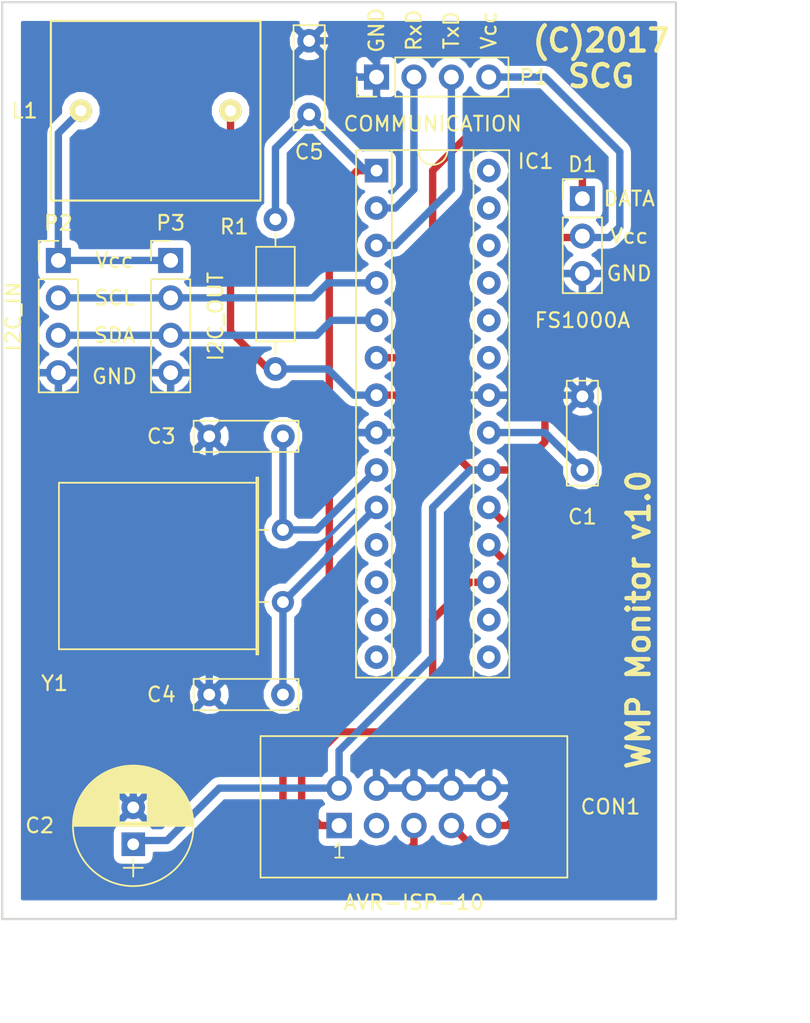
<source format=kicad_pcb>
(kicad_pcb (version 4) (host pcbnew 4.0.2-stable)

  (general
    (links 41)
    (no_connects 0)
    (area 52.977 92.634999 111.711429 163.990001)
    (thickness 1.6)
    (drawings 19)
    (tracks 131)
    (zones 0)
    (modules 14)
    (nets 16)
  )

  (page A4)
  (layers
    (0 F.Cu signal hide)
    (31 B.Cu signal hide)
    (32 B.Adhes user)
    (33 F.Adhes user)
    (34 B.Paste user)
    (35 F.Paste user)
    (36 B.SilkS user)
    (37 F.SilkS user)
    (38 B.Mask user)
    (39 F.Mask user)
    (40 Dwgs.User user)
    (41 Cmts.User user)
    (42 Eco1.User user)
    (43 Eco2.User user)
    (44 Edge.Cuts user)
    (45 Margin user)
    (46 B.CrtYd user)
    (47 F.CrtYd user)
    (48 B.Fab user)
    (49 F.Fab user hide)
  )

  (setup
    (last_trace_width 0.5)
    (trace_clearance 0.2)
    (zone_clearance 0.508)
    (zone_45_only no)
    (trace_min 0.2)
    (segment_width 0.2)
    (edge_width 0.15)
    (via_size 1.2)
    (via_drill 0.8)
    (via_min_size 0.4)
    (via_min_drill 0.3)
    (uvia_size 0.3)
    (uvia_drill 0.1)
    (uvias_allowed no)
    (uvia_min_size 0.2)
    (uvia_min_drill 0.1)
    (pcb_text_width 0.3)
    (pcb_text_size 1.5 1.5)
    (mod_edge_width 0.15)
    (mod_text_size 1 1)
    (mod_text_width 0.15)
    (pad_size 1.524 1.524)
    (pad_drill 0.762)
    (pad_to_mask_clearance 0.2)
    (aux_axis_origin 0 0)
    (visible_elements 7FFFFF7F)
    (pcbplotparams
      (layerselection 0x010f0_80000001)
      (usegerberextensions false)
      (excludeedgelayer true)
      (linewidth 0.100000)
      (plotframeref false)
      (viasonmask false)
      (mode 1)
      (useauxorigin false)
      (hpglpennumber 1)
      (hpglpenspeed 20)
      (hpglpendiameter 15)
      (hpglpenoverlay 2)
      (psnegative false)
      (psa4output false)
      (plotreference true)
      (plotvalue true)
      (plotinvisibletext false)
      (padsonsilk false)
      (subtractmaskfromsilk false)
      (outputformat 1)
      (mirror false)
      (drillshape 0)
      (scaleselection 1)
      (outputdirectory ""))
  )

  (net 0 "")
  (net 1 GND)
  (net 2 VCC)
  (net 3 "Net-(C3-Pad1)")
  (net 4 "Net-(C4-Pad1)")
  (net 5 "Net-(IC1-Pad4)")
  (net 6 "Net-(IC1-Pad5)")
  (net 7 "Net-(C1-Pad1)")
  (net 8 "Net-(CON1-Pad1)")
  (net 9 "Net-(CON1-Pad7)")
  (net 10 "Net-(CON1-Pad9)")
  (net 11 "Net-(D1-Pad1)")
  (net 12 "Net-(IC1-Pad2)")
  (net 13 "Net-(IC1-Pad3)")
  (net 14 "Net-(C5-Pad1)")
  (net 15 "Net-(L1-Pad1)")

  (net_class Default "Это класс цепей по умолчанию."
    (clearance 0.2)
    (trace_width 0.5)
    (via_dia 1.2)
    (via_drill 0.8)
    (uvia_dia 0.3)
    (uvia_drill 0.1)
    (add_net GND)
    (add_net "Net-(C1-Pad1)")
    (add_net "Net-(C3-Pad1)")
    (add_net "Net-(C4-Pad1)")
    (add_net "Net-(C5-Pad1)")
    (add_net "Net-(CON1-Pad1)")
    (add_net "Net-(CON1-Pad7)")
    (add_net "Net-(CON1-Pad9)")
    (add_net "Net-(D1-Pad1)")
    (add_net "Net-(IC1-Pad2)")
    (add_net "Net-(IC1-Pad3)")
    (add_net "Net-(IC1-Pad4)")
    (add_net "Net-(IC1-Pad5)")
    (add_net "Net-(L1-Pad1)")
    (add_net VCC)
  )

  (module Pin_Headers:Pin_Header_Straight_1x04_Pitch2.54mm (layer F.Cu) (tedit 598A2A34) (tstamp 597E558D)
    (at 64.77 110.236)
    (descr "Through hole straight pin header, 1x04, 2.54mm pitch, single row")
    (tags "Through hole pin header THT 1x04 2.54mm single row")
    (path /597E4FDF)
    (fp_text reference P3 (at 0 -2.54) (layer F.SilkS)
      (effects (font (size 1 1) (thickness 0.15)))
    )
    (fp_text value I2C_OUT (at 3.048 3.81 90) (layer F.SilkS)
      (effects (font (size 1 1) (thickness 0.15)))
    )
    (fp_line (start -0.635 -1.27) (end 1.27 -1.27) (layer F.Fab) (width 0.1))
    (fp_line (start 1.27 -1.27) (end 1.27 8.89) (layer F.Fab) (width 0.1))
    (fp_line (start 1.27 8.89) (end -1.27 8.89) (layer F.Fab) (width 0.1))
    (fp_line (start -1.27 8.89) (end -1.27 -0.635) (layer F.Fab) (width 0.1))
    (fp_line (start -1.27 -0.635) (end -0.635 -1.27) (layer F.Fab) (width 0.1))
    (fp_line (start -1.33 8.95) (end 1.33 8.95) (layer F.SilkS) (width 0.12))
    (fp_line (start -1.33 1.27) (end -1.33 8.95) (layer F.SilkS) (width 0.12))
    (fp_line (start 1.33 1.27) (end 1.33 8.95) (layer F.SilkS) (width 0.12))
    (fp_line (start -1.33 1.27) (end 1.33 1.27) (layer F.SilkS) (width 0.12))
    (fp_line (start -1.33 0) (end -1.33 -1.33) (layer F.SilkS) (width 0.12))
    (fp_line (start -1.33 -1.33) (end 0 -1.33) (layer F.SilkS) (width 0.12))
    (fp_line (start -1.8 -1.8) (end -1.8 9.4) (layer F.CrtYd) (width 0.05))
    (fp_line (start -1.8 9.4) (end 1.8 9.4) (layer F.CrtYd) (width 0.05))
    (fp_line (start 1.8 9.4) (end 1.8 -1.8) (layer F.CrtYd) (width 0.05))
    (fp_line (start 1.8 -1.8) (end -1.8 -1.8) (layer F.CrtYd) (width 0.05))
    (fp_text user %R (at 0 3.81 90) (layer F.Fab) hide
      (effects (font (size 1 1) (thickness 0.15)))
    )
    (pad 1 thru_hole rect (at 0 0) (size 1.7 1.7) (drill 1) (layers *.Cu *.Mask)
      (net 15 "Net-(L1-Pad1)"))
    (pad 2 thru_hole oval (at 0 2.54) (size 1.7 1.7) (drill 1) (layers *.Cu *.Mask)
      (net 5 "Net-(IC1-Pad4)"))
    (pad 3 thru_hole oval (at 0 5.08) (size 1.7 1.7) (drill 1) (layers *.Cu *.Mask)
      (net 6 "Net-(IC1-Pad5)"))
    (pad 4 thru_hole oval (at 0 7.62) (size 1.7 1.7) (drill 1) (layers *.Cu *.Mask)
      (net 1 GND))
    (model ${KISYS3DMOD}/Pin_Headers.3dshapes/Pin_Header_Straight_1x04_Pitch2.54mm.wrl
      (at (xyz 0 0 0))
      (scale (xyz 1 1 1))
      (rotate (xyz 0 0 0))
    )
  )

  (module Housings_DIP:DIP-28_W7.62mm_Socket (layer F.Cu) (tedit 597F7ADF) (tstamp 597E56F0)
    (at 78.74 104.14)
    (descr "28-lead dip package, row spacing 7.62 mm (300 mils), Socket")
    (tags "DIL DIP PDIP 2.54mm 7.62mm 300mil Socket")
    (path /597A475E)
    (fp_text reference IC1 (at 10.795 -0.635) (layer F.SilkS)
      (effects (font (size 1 1) (thickness 0.15)))
    )
    (fp_text value ATMEGA8A-P (at 3.81 35.41) (layer F.Fab) hide
      (effects (font (size 1 1) (thickness 0.15)))
    )
    (fp_text user %R (at 3.81 16.51) (layer F.Fab) hide
      (effects (font (size 1 1) (thickness 0.15)))
    )
    (fp_line (start 1.635 -1.27) (end 6.985 -1.27) (layer F.Fab) (width 0.1))
    (fp_line (start 6.985 -1.27) (end 6.985 34.29) (layer F.Fab) (width 0.1))
    (fp_line (start 6.985 34.29) (end 0.635 34.29) (layer F.Fab) (width 0.1))
    (fp_line (start 0.635 34.29) (end 0.635 -0.27) (layer F.Fab) (width 0.1))
    (fp_line (start 0.635 -0.27) (end 1.635 -1.27) (layer F.Fab) (width 0.1))
    (fp_line (start -1.27 -1.27) (end -1.27 34.29) (layer F.Fab) (width 0.1))
    (fp_line (start -1.27 34.29) (end 8.89 34.29) (layer F.Fab) (width 0.1))
    (fp_line (start 8.89 34.29) (end 8.89 -1.27) (layer F.Fab) (width 0.1))
    (fp_line (start 8.89 -1.27) (end -1.27 -1.27) (layer F.Fab) (width 0.1))
    (fp_line (start 2.81 -1.39) (end 1.04 -1.39) (layer F.SilkS) (width 0.12))
    (fp_line (start 1.04 -1.39) (end 1.04 34.41) (layer F.SilkS) (width 0.12))
    (fp_line (start 1.04 34.41) (end 6.58 34.41) (layer F.SilkS) (width 0.12))
    (fp_line (start 6.58 34.41) (end 6.58 -1.39) (layer F.SilkS) (width 0.12))
    (fp_line (start 6.58 -1.39) (end 4.81 -1.39) (layer F.SilkS) (width 0.12))
    (fp_line (start -1.39 -1.39) (end -1.39 34.41) (layer F.SilkS) (width 0.12))
    (fp_line (start -1.39 34.41) (end 9.01 34.41) (layer F.SilkS) (width 0.12))
    (fp_line (start 9.01 34.41) (end 9.01 -1.39) (layer F.SilkS) (width 0.12))
    (fp_line (start 9.01 -1.39) (end -1.39 -1.39) (layer F.SilkS) (width 0.12))
    (fp_line (start -1.7 -1.7) (end -1.7 34.7) (layer F.CrtYd) (width 0.05))
    (fp_line (start -1.7 34.7) (end 9.3 34.7) (layer F.CrtYd) (width 0.05))
    (fp_line (start 9.3 34.7) (end 9.3 -1.7) (layer F.CrtYd) (width 0.05))
    (fp_line (start 9.3 -1.7) (end -1.7 -1.7) (layer F.CrtYd) (width 0.05))
    (fp_arc (start 3.81 -1.39) (end 2.81 -1.39) (angle -180) (layer F.SilkS) (width 0.12))
    (pad 1 thru_hole rect (at 0 0) (size 1.6 1.6) (drill 0.8) (layers *.Cu *.Mask)
      (net 14 "Net-(C5-Pad1)"))
    (pad 15 thru_hole oval (at 7.62 33.02) (size 1.6 1.6) (drill 0.8) (layers *.Cu *.Mask))
    (pad 2 thru_hole oval (at 0 2.54) (size 1.6 1.6) (drill 0.8) (layers *.Cu *.Mask)
      (net 12 "Net-(IC1-Pad2)"))
    (pad 16 thru_hole oval (at 7.62 30.48) (size 1.6 1.6) (drill 0.8) (layers *.Cu *.Mask))
    (pad 3 thru_hole oval (at 0 5.08) (size 1.6 1.6) (drill 0.8) (layers *.Cu *.Mask)
      (net 13 "Net-(IC1-Pad3)"))
    (pad 17 thru_hole oval (at 7.62 27.94) (size 1.6 1.6) (drill 0.8) (layers *.Cu *.Mask)
      (net 8 "Net-(CON1-Pad1)"))
    (pad 4 thru_hole oval (at 0 7.62) (size 1.6 1.6) (drill 0.8) (layers *.Cu *.Mask)
      (net 5 "Net-(IC1-Pad4)"))
    (pad 18 thru_hole oval (at 7.62 25.4) (size 1.6 1.6) (drill 0.8) (layers *.Cu *.Mask)
      (net 10 "Net-(CON1-Pad9)"))
    (pad 5 thru_hole oval (at 0 10.16) (size 1.6 1.6) (drill 0.8) (layers *.Cu *.Mask)
      (net 6 "Net-(IC1-Pad5)"))
    (pad 19 thru_hole oval (at 7.62 22.86) (size 1.6 1.6) (drill 0.8) (layers *.Cu *.Mask)
      (net 9 "Net-(CON1-Pad7)"))
    (pad 6 thru_hole oval (at 0 12.7) (size 1.6 1.6) (drill 0.8) (layers *.Cu *.Mask)
      (net 11 "Net-(D1-Pad1)"))
    (pad 20 thru_hole oval (at 7.62 20.32) (size 1.6 1.6) (drill 0.8) (layers *.Cu *.Mask)
      (net 2 VCC))
    (pad 7 thru_hole oval (at 0 15.24) (size 1.6 1.6) (drill 0.8) (layers *.Cu *.Mask)
      (net 2 VCC))
    (pad 21 thru_hole oval (at 7.62 17.78) (size 1.6 1.6) (drill 0.8) (layers *.Cu *.Mask)
      (net 7 "Net-(C1-Pad1)"))
    (pad 8 thru_hole oval (at 0 17.78) (size 1.6 1.6) (drill 0.8) (layers *.Cu *.Mask)
      (net 1 GND))
    (pad 22 thru_hole oval (at 7.62 15.24) (size 1.6 1.6) (drill 0.8) (layers *.Cu *.Mask)
      (net 1 GND))
    (pad 9 thru_hole oval (at 0 20.32) (size 1.6 1.6) (drill 0.8) (layers *.Cu *.Mask)
      (net 3 "Net-(C3-Pad1)"))
    (pad 23 thru_hole oval (at 7.62 12.7) (size 1.6 1.6) (drill 0.8) (layers *.Cu *.Mask))
    (pad 10 thru_hole oval (at 0 22.86) (size 1.6 1.6) (drill 0.8) (layers *.Cu *.Mask)
      (net 4 "Net-(C4-Pad1)"))
    (pad 24 thru_hole oval (at 7.62 10.16) (size 1.6 1.6) (drill 0.8) (layers *.Cu *.Mask))
    (pad 11 thru_hole oval (at 0 25.4) (size 1.6 1.6) (drill 0.8) (layers *.Cu *.Mask))
    (pad 25 thru_hole oval (at 7.62 7.62) (size 1.6 1.6) (drill 0.8) (layers *.Cu *.Mask))
    (pad 12 thru_hole oval (at 0 27.94) (size 1.6 1.6) (drill 0.8) (layers *.Cu *.Mask))
    (pad 26 thru_hole oval (at 7.62 5.08) (size 1.6 1.6) (drill 0.8) (layers *.Cu *.Mask))
    (pad 13 thru_hole oval (at 0 30.48) (size 1.6 1.6) (drill 0.8) (layers *.Cu *.Mask))
    (pad 27 thru_hole oval (at 7.62 2.54) (size 1.6 1.6) (drill 0.8) (layers *.Cu *.Mask))
    (pad 14 thru_hole oval (at 0 33.02) (size 1.6 1.6) (drill 0.8) (layers *.Cu *.Mask))
    (pad 28 thru_hole oval (at 7.62 0) (size 1.6 1.6) (drill 0.8) (layers *.Cu *.Mask))
    (model ${KISYS3DMOD}/Housings_DIP.3dshapes/DIP-28_W7.62mm_Socket.wrl
      (at (xyz 0 0 0))
      (scale (xyz 1 1 1))
      (rotate (xyz 0 0 0))
    )
  )

  (module Resistors_ThroughHole:R_Axial_DIN0207_L6.3mm_D2.5mm_P10.16mm_Horizontal (layer F.Cu) (tedit 5993570A) (tstamp 597E55A3)
    (at 71.882 117.602 90)
    (descr "Resistor, Axial_DIN0207 series, Axial, Horizontal, pin pitch=10.16mm, 0.25W = 1/4W, length*diameter=6.3*2.5mm^2, http://cdn-reichelt.de/documents/datenblatt/B400/1_4W%23YAG.pdf")
    (tags "Resistor Axial_DIN0207 series Axial Horizontal pin pitch 10.16mm 0.25W = 1/4W length 6.3mm diameter 2.5mm")
    (path /597A4F17)
    (fp_text reference R1 (at 9.652 -2.794 180) (layer F.SilkS)
      (effects (font (size 1 1) (thickness 0.15)))
    )
    (fp_text value 10K (at 5.08 2.31 90) (layer F.Fab) hide
      (effects (font (size 1 1) (thickness 0.15)))
    )
    (fp_line (start 1.93 -1.25) (end 1.93 1.25) (layer F.Fab) (width 0.1))
    (fp_line (start 1.93 1.25) (end 8.23 1.25) (layer F.Fab) (width 0.1))
    (fp_line (start 8.23 1.25) (end 8.23 -1.25) (layer F.Fab) (width 0.1))
    (fp_line (start 8.23 -1.25) (end 1.93 -1.25) (layer F.Fab) (width 0.1))
    (fp_line (start 0 0) (end 1.93 0) (layer F.Fab) (width 0.1))
    (fp_line (start 10.16 0) (end 8.23 0) (layer F.Fab) (width 0.1))
    (fp_line (start 1.87 -1.31) (end 1.87 1.31) (layer F.SilkS) (width 0.12))
    (fp_line (start 1.87 1.31) (end 8.29 1.31) (layer F.SilkS) (width 0.12))
    (fp_line (start 8.29 1.31) (end 8.29 -1.31) (layer F.SilkS) (width 0.12))
    (fp_line (start 8.29 -1.31) (end 1.87 -1.31) (layer F.SilkS) (width 0.12))
    (fp_line (start 0.98 0) (end 1.87 0) (layer F.SilkS) (width 0.12))
    (fp_line (start 9.18 0) (end 8.29 0) (layer F.SilkS) (width 0.12))
    (fp_line (start -1.05 -1.6) (end -1.05 1.6) (layer F.CrtYd) (width 0.05))
    (fp_line (start -1.05 1.6) (end 11.25 1.6) (layer F.CrtYd) (width 0.05))
    (fp_line (start 11.25 1.6) (end 11.25 -1.6) (layer F.CrtYd) (width 0.05))
    (fp_line (start 11.25 -1.6) (end -1.05 -1.6) (layer F.CrtYd) (width 0.05))
    (pad 1 thru_hole circle (at 0 0 90) (size 1.6 1.6) (drill 0.8) (layers *.Cu *.Mask)
      (net 2 VCC))
    (pad 2 thru_hole oval (at 10.16 0 90) (size 1.6 1.6) (drill 0.8) (layers *.Cu *.Mask)
      (net 14 "Net-(C5-Pad1)"))
    (model ${KISYS3DMOD}/Resistors_THT.3dshapes/R_Axial_DIN0207_L6.3mm_D2.5mm_P10.16mm_Horizontal.wrl
      (at (xyz 0 0 0))
      (scale (xyz 0.393701 0.393701 0.393701))
      (rotate (xyz 0 0 0))
    )
  )

  (module wm_protect:Inductor (layer F.Cu) (tedit 598A2B2E) (tstamp 598A29C6)
    (at 63.754 100.076)
    (path /5988FB98)
    (fp_text reference L1 (at -8.89 0) (layer F.SilkS)
      (effects (font (size 1 1) (thickness 0.15)))
    )
    (fp_text value 30uH (at 0 -5.08) (layer F.Fab) hide
      (effects (font (size 1 1) (thickness 0.15)))
    )
    (fp_line (start -7.112 -6.096) (end 7.112 -6.096) (layer F.SilkS) (width 0.15))
    (fp_line (start 7.112 -6.096) (end 7.112 6.096) (layer F.SilkS) (width 0.15))
    (fp_line (start 7.112 6.096) (end -7.112 6.096) (layer F.SilkS) (width 0.15))
    (fp_line (start -7.112 6.096) (end -7.112 -6.096) (layer F.SilkS) (width 0.15))
    (pad 1 thru_hole circle (at -5.08 0) (size 1.524 1.524) (drill 0.762) (layers *.Cu *.Mask F.SilkS)
      (net 15 "Net-(L1-Pad1)"))
    (pad 2 thru_hole circle (at 5.08 0) (size 1.524 1.524) (drill 0.762) (layers *.Cu *.Mask F.SilkS)
      (net 2 VCC))
  )

  (module Crystals:Crystal_HC49-U_Horizontal (layer F.Cu) (tedit 598A2576) (tstamp 597FA204)
    (at 72.39 128.524 270)
    (descr "Crystal THT HC-49/U http://5hertz.com/pdfs/04404_D.pdf")
    (tags "THT crystal")
    (path /597A4DDE)
    (fp_text reference Y1 (at 10.414 15.494 540) (layer F.SilkS)
      (effects (font (size 1 1) (thickness 0.15)))
    )
    (fp_text value 16MHz (at 9.275 3.3125 360) (layer F.Fab) hide
      (effects (font (size 1 1) (thickness 0.15)))
    )
    (fp_text user %R (at 2.5 6.5 270) (layer F.Fab)
      (effects (font (size 1 1) (thickness 0.15)))
    )
    (fp_line (start -3 2) (end -3 15) (layer F.Fab) (width 0.1))
    (fp_line (start -3 15) (end 7.9 15) (layer F.Fab) (width 0.1))
    (fp_line (start 7.9 15) (end 7.9 2) (layer F.Fab) (width 0.1))
    (fp_line (start 7.9 2) (end -3 2) (layer F.Fab) (width 0.1))
    (fp_line (start 0 2) (end 0 1) (layer F.Fab) (width 0.1))
    (fp_line (start 0 1) (end 0 0) (layer F.Fab) (width 0.1))
    (fp_line (start 4.9 2) (end 4.9 1) (layer F.Fab) (width 0.1))
    (fp_line (start 4.9 1) (end 4.9 0) (layer F.Fab) (width 0.1))
    (fp_line (start -3.35 2) (end -3.35 1.9) (layer F.Fab) (width 0.1))
    (fp_line (start -3.35 1.9) (end 8.25 1.9) (layer F.Fab) (width 0.1))
    (fp_line (start 8.25 1.9) (end 8.25 2) (layer F.Fab) (width 0.1))
    (fp_line (start 8.25 2) (end -3.35 2) (layer F.Fab) (width 0.1))
    (fp_line (start -3.2 1.8) (end -3.2 15.2) (layer F.SilkS) (width 0.12))
    (fp_line (start -3.2 15.2) (end 8.1 15.2) (layer F.SilkS) (width 0.12))
    (fp_line (start 8.1 15.2) (end 8.1 1.8) (layer F.SilkS) (width 0.12))
    (fp_line (start 8.1 1.8) (end -3.2 1.8) (layer F.SilkS) (width 0.12))
    (fp_line (start 0 1.8) (end 0 0.95) (layer F.SilkS) (width 0.12))
    (fp_line (start 0 0.95) (end 0 0.95) (layer F.SilkS) (width 0.12))
    (fp_line (start 4.9 1.8) (end 4.9 0.95) (layer F.SilkS) (width 0.12))
    (fp_line (start 4.9 0.95) (end 4.9 0.95) (layer F.SilkS) (width 0.12))
    (fp_line (start -3.55 1.8) (end -3.55 1.68) (layer F.SilkS) (width 0.12))
    (fp_line (start -3.55 1.68) (end 8.45 1.68) (layer F.SilkS) (width 0.12))
    (fp_line (start 8.45 1.68) (end 8.45 1.8) (layer F.SilkS) (width 0.12))
    (fp_line (start 8.45 1.8) (end -3.55 1.8) (layer F.SilkS) (width 0.12))
    (fp_line (start -4.1 -1) (end -4.1 16.3) (layer F.CrtYd) (width 0.05))
    (fp_line (start -4.1 16.3) (end 9 16.3) (layer F.CrtYd) (width 0.05))
    (fp_line (start 9 16.3) (end 9 -1) (layer F.CrtYd) (width 0.05))
    (fp_line (start 9 -1) (end -4.1 -1) (layer F.CrtYd) (width 0.05))
    (pad 1 thru_hole circle (at 0 0 270) (size 1.5 1.5) (drill 0.8) (layers *.Cu *.Mask)
      (net 3 "Net-(C3-Pad1)"))
    (pad 2 thru_hole circle (at 4.9 0 270) (size 1.5 1.5) (drill 0.8) (layers *.Cu *.Mask)
      (net 4 "Net-(C4-Pad1)"))
    (model ${KISYS3DMOD}/Crystals.3dshapes/Crystal_HC49-U_Horizontal.wrl
      (at (xyz 0 0 0))
      (scale (xyz 0.393701 0.393701 0.393701))
      (rotate (xyz 0 0 0))
    )
  )

  (module Capacitors_ThroughHole:C_Rect_L7.0mm_W2.0mm_P5.00mm (layer F.Cu) (tedit 598A2AE2) (tstamp 5988DA54)
    (at 74.168 100.33 90)
    (descr "C, Rect series, Radial, pin pitch=5.00mm, , length*width=7*2mm^2, Capacitor")
    (tags "C Rect series Radial pin pitch 5.00mm  length 7mm width 2mm Capacitor")
    (path /5988EFC9)
    (fp_text reference C5 (at -2.54 0 180) (layer F.SilkS)
      (effects (font (size 1 1) (thickness 0.15)))
    )
    (fp_text value 100n (at 2.5 2.31 90) (layer F.Fab) hide
      (effects (font (size 1 1) (thickness 0.15)))
    )
    (fp_line (start -1 -1) (end -1 1) (layer F.Fab) (width 0.1))
    (fp_line (start -1 1) (end 6 1) (layer F.Fab) (width 0.1))
    (fp_line (start 6 1) (end 6 -1) (layer F.Fab) (width 0.1))
    (fp_line (start 6 -1) (end -1 -1) (layer F.Fab) (width 0.1))
    (fp_line (start -1.06 -1.06) (end 6.06 -1.06) (layer F.SilkS) (width 0.12))
    (fp_line (start -1.06 1.06) (end 6.06 1.06) (layer F.SilkS) (width 0.12))
    (fp_line (start -1.06 -1.06) (end -1.06 1.06) (layer F.SilkS) (width 0.12))
    (fp_line (start 6.06 -1.06) (end 6.06 1.06) (layer F.SilkS) (width 0.12))
    (fp_line (start -1.35 -1.35) (end -1.35 1.35) (layer F.CrtYd) (width 0.05))
    (fp_line (start -1.35 1.35) (end 6.35 1.35) (layer F.CrtYd) (width 0.05))
    (fp_line (start 6.35 1.35) (end 6.35 -1.35) (layer F.CrtYd) (width 0.05))
    (fp_line (start 6.35 -1.35) (end -1.35 -1.35) (layer F.CrtYd) (width 0.05))
    (fp_text user %R (at 2.5 0 90) (layer F.Fab)
      (effects (font (size 1 1) (thickness 0.15)))
    )
    (pad 1 thru_hole circle (at 0 0 90) (size 1.6 1.6) (drill 0.8) (layers *.Cu *.Mask)
      (net 14 "Net-(C5-Pad1)"))
    (pad 2 thru_hole circle (at 5 0 90) (size 1.6 1.6) (drill 0.8) (layers *.Cu *.Mask)
      (net 1 GND))
    (model ${KISYS3DMOD}/Capacitors_THT.3dshapes/C_Rect_L7.0mm_W2.0mm_P5.00mm.wrl
      (at (xyz 0 0 0))
      (scale (xyz 1 1 1))
      (rotate (xyz 0 0 0))
    )
  )

  (module Connect:IDC_Header_Straight_10pins (layer F.Cu) (tedit 597F7AC5) (tstamp 597E56B8)
    (at 76.2 148.59)
    (descr "10 pins through hole IDC header")
    (tags "IDC header socket VASCH")
    (path /597A4F40)
    (fp_text reference CON1 (at 18.415 -1.27) (layer F.SilkS)
      (effects (font (size 1 1) (thickness 0.15)))
    )
    (fp_text value AVR-ISP-10 (at 5.08 5.223) (layer F.SilkS)
      (effects (font (size 1 1) (thickness 0.15)))
    )
    (fp_line (start -5.08 -5.82) (end 15.24 -5.82) (layer F.Fab) (width 0.1))
    (fp_line (start -4.54 -5.27) (end 14.68 -5.27) (layer F.Fab) (width 0.1))
    (fp_line (start -5.08 3.28) (end 15.24 3.28) (layer F.Fab) (width 0.1))
    (fp_line (start -4.54 2.73) (end 2.83 2.73) (layer F.Fab) (width 0.1))
    (fp_line (start 7.33 2.73) (end 14.68 2.73) (layer F.Fab) (width 0.1))
    (fp_line (start 2.83 2.73) (end 2.83 3.28) (layer F.Fab) (width 0.1))
    (fp_line (start 7.33 2.73) (end 7.33 3.28) (layer F.Fab) (width 0.1))
    (fp_line (start -5.08 -5.82) (end -5.08 3.28) (layer F.Fab) (width 0.1))
    (fp_line (start -4.54 -5.27) (end -4.54 2.73) (layer F.Fab) (width 0.1))
    (fp_line (start 15.24 -5.82) (end 15.24 3.28) (layer F.Fab) (width 0.1))
    (fp_line (start 14.68 -5.27) (end 14.68 2.73) (layer F.Fab) (width 0.1))
    (fp_line (start -5.08 -5.82) (end -4.54 -5.27) (layer F.Fab) (width 0.1))
    (fp_line (start 15.24 -5.82) (end 14.68 -5.27) (layer F.Fab) (width 0.1))
    (fp_line (start -5.08 3.28) (end -4.54 2.73) (layer F.Fab) (width 0.1))
    (fp_line (start 15.24 3.28) (end 14.68 2.73) (layer F.Fab) (width 0.1))
    (fp_line (start -5.58 -6.32) (end 15.74 -6.32) (layer F.CrtYd) (width 0.05))
    (fp_line (start 15.74 -6.32) (end 15.74 3.78) (layer F.CrtYd) (width 0.05))
    (fp_line (start 15.74 3.78) (end -5.58 3.78) (layer F.CrtYd) (width 0.05))
    (fp_line (start -5.58 3.78) (end -5.58 -6.32) (layer F.CrtYd) (width 0.05))
    (fp_text user 1 (at 0.02 1.72) (layer F.SilkS)
      (effects (font (size 1 1) (thickness 0.12)))
    )
    (fp_line (start -5.33 -6.07) (end 15.49 -6.07) (layer F.SilkS) (width 0.12))
    (fp_line (start 15.49 -6.07) (end 15.49 3.53) (layer F.SilkS) (width 0.12))
    (fp_line (start 15.49 3.53) (end -5.33 3.53) (layer F.SilkS) (width 0.12))
    (fp_line (start -5.33 3.53) (end -5.33 -6.07) (layer F.SilkS) (width 0.12))
    (pad 1 thru_hole rect (at 0 0) (size 1.7272 1.7272) (drill 1.016) (layers *.Cu *.Mask)
      (net 8 "Net-(CON1-Pad1)"))
    (pad 2 thru_hole oval (at 0 -2.54) (size 1.7272 1.7272) (drill 1.016) (layers *.Cu *.Mask)
      (net 2 VCC))
    (pad 3 thru_hole oval (at 2.54 0) (size 1.7272 1.7272) (drill 1.016) (layers *.Cu *.Mask))
    (pad 4 thru_hole oval (at 2.54 -2.54) (size 1.7272 1.7272) (drill 1.016) (layers *.Cu *.Mask)
      (net 1 GND))
    (pad 5 thru_hole oval (at 5.08 0) (size 1.7272 1.7272) (drill 1.016) (layers *.Cu *.Mask)
      (net 14 "Net-(C5-Pad1)"))
    (pad 6 thru_hole oval (at 5.08 -2.54) (size 1.7272 1.7272) (drill 1.016) (layers *.Cu *.Mask)
      (net 1 GND))
    (pad 7 thru_hole oval (at 7.62 0) (size 1.7272 1.7272) (drill 1.016) (layers *.Cu *.Mask)
      (net 9 "Net-(CON1-Pad7)"))
    (pad 8 thru_hole oval (at 7.62 -2.54) (size 1.7272 1.7272) (drill 1.016) (layers *.Cu *.Mask)
      (net 1 GND))
    (pad 9 thru_hole oval (at 10.16 0) (size 1.7272 1.7272) (drill 1.016) (layers *.Cu *.Mask)
      (net 10 "Net-(CON1-Pad9)"))
    (pad 10 thru_hole oval (at 10.16 -2.54) (size 1.7272 1.7272) (drill 1.016) (layers *.Cu *.Mask)
      (net 1 GND))
  )

  (module Capacitors_ThroughHole:C_Rect_L7.0mm_W2.0mm_P5.00mm (layer F.Cu) (tedit 597F7AD9) (tstamp 597E545F)
    (at 92.71 124.46 90)
    (descr "C, Rect series, Radial, pin pitch=5.00mm, , length*width=7*2mm^2, Capacitor")
    (tags "C Rect series Radial pin pitch 5.00mm  length 7mm width 2mm Capacitor")
    (path /597A4EAB)
    (fp_text reference C1 (at -3.175 0 180) (layer F.SilkS)
      (effects (font (size 1 1) (thickness 0.15)))
    )
    (fp_text value 100n (at 2.5 2.31 90) (layer F.Fab) hide
      (effects (font (size 1 1) (thickness 0.15)))
    )
    (fp_line (start -1 -1) (end -1 1) (layer F.Fab) (width 0.1))
    (fp_line (start -1 1) (end 6 1) (layer F.Fab) (width 0.1))
    (fp_line (start 6 1) (end 6 -1) (layer F.Fab) (width 0.1))
    (fp_line (start 6 -1) (end -1 -1) (layer F.Fab) (width 0.1))
    (fp_line (start -1.06 -1.06) (end 6.06 -1.06) (layer F.SilkS) (width 0.12))
    (fp_line (start -1.06 1.06) (end 6.06 1.06) (layer F.SilkS) (width 0.12))
    (fp_line (start -1.06 -1.06) (end -1.06 1.06) (layer F.SilkS) (width 0.12))
    (fp_line (start 6.06 -1.06) (end 6.06 1.06) (layer F.SilkS) (width 0.12))
    (fp_line (start -1.35 -1.35) (end -1.35 1.35) (layer F.CrtYd) (width 0.05))
    (fp_line (start -1.35 1.35) (end 6.35 1.35) (layer F.CrtYd) (width 0.05))
    (fp_line (start 6.35 1.35) (end 6.35 -1.35) (layer F.CrtYd) (width 0.05))
    (fp_line (start 6.35 -1.35) (end -1.35 -1.35) (layer F.CrtYd) (width 0.05))
    (fp_text user %R (at 2.5 0 90) (layer F.Fab) hide
      (effects (font (size 1 1) (thickness 0.15)))
    )
    (pad 1 thru_hole circle (at 0 0 90) (size 1.6 1.6) (drill 0.8) (layers *.Cu *.Mask)
      (net 7 "Net-(C1-Pad1)"))
    (pad 2 thru_hole circle (at 5 0 90) (size 1.6 1.6) (drill 0.8) (layers *.Cu *.Mask)
      (net 1 GND))
    (model ${KISYS3DMOD}/Capacitors_THT.3dshapes/C_Rect_L7.0mm_W2.0mm_P5.00mm.wrl
      (at (xyz 0 0 0))
      (scale (xyz 1 1 1))
      (rotate (xyz 0 0 0))
    )
  )

  (module Capacitors_ThroughHole:CP_Radial_D8.0mm_P2.50mm (layer F.Cu) (tedit 597F7AA5) (tstamp 597E5508)
    (at 62.23 149.86 90)
    (descr "CP, Radial series, Radial, pin pitch=2.50mm, , diameter=8mm, Electrolytic Capacitor")
    (tags "CP Radial series Radial pin pitch 2.50mm  diameter 8mm Electrolytic Capacitor")
    (path /597A4ED2)
    (fp_text reference C2 (at 1.27 -6.35 180) (layer F.SilkS)
      (effects (font (size 1 1) (thickness 0.15)))
    )
    (fp_text value 100u (at 1.25 5.31 90) (layer F.Fab) hide
      (effects (font (size 1 1) (thickness 0.15)))
    )
    (fp_circle (center 1.25 0) (end 5.25 0) (layer F.Fab) (width 0.1))
    (fp_circle (center 1.25 0) (end 5.34 0) (layer F.SilkS) (width 0.12))
    (fp_line (start -2.2 0) (end -1 0) (layer F.Fab) (width 0.1))
    (fp_line (start -1.6 -0.65) (end -1.6 0.65) (layer F.Fab) (width 0.1))
    (fp_line (start 1.25 -4.05) (end 1.25 4.05) (layer F.SilkS) (width 0.12))
    (fp_line (start 1.29 -4.05) (end 1.29 4.05) (layer F.SilkS) (width 0.12))
    (fp_line (start 1.33 -4.05) (end 1.33 4.05) (layer F.SilkS) (width 0.12))
    (fp_line (start 1.37 -4.049) (end 1.37 4.049) (layer F.SilkS) (width 0.12))
    (fp_line (start 1.41 -4.047) (end 1.41 4.047) (layer F.SilkS) (width 0.12))
    (fp_line (start 1.45 -4.046) (end 1.45 4.046) (layer F.SilkS) (width 0.12))
    (fp_line (start 1.49 -4.043) (end 1.49 4.043) (layer F.SilkS) (width 0.12))
    (fp_line (start 1.53 -4.041) (end 1.53 -0.98) (layer F.SilkS) (width 0.12))
    (fp_line (start 1.53 0.98) (end 1.53 4.041) (layer F.SilkS) (width 0.12))
    (fp_line (start 1.57 -4.038) (end 1.57 -0.98) (layer F.SilkS) (width 0.12))
    (fp_line (start 1.57 0.98) (end 1.57 4.038) (layer F.SilkS) (width 0.12))
    (fp_line (start 1.61 -4.035) (end 1.61 -0.98) (layer F.SilkS) (width 0.12))
    (fp_line (start 1.61 0.98) (end 1.61 4.035) (layer F.SilkS) (width 0.12))
    (fp_line (start 1.65 -4.031) (end 1.65 -0.98) (layer F.SilkS) (width 0.12))
    (fp_line (start 1.65 0.98) (end 1.65 4.031) (layer F.SilkS) (width 0.12))
    (fp_line (start 1.69 -4.027) (end 1.69 -0.98) (layer F.SilkS) (width 0.12))
    (fp_line (start 1.69 0.98) (end 1.69 4.027) (layer F.SilkS) (width 0.12))
    (fp_line (start 1.73 -4.022) (end 1.73 -0.98) (layer F.SilkS) (width 0.12))
    (fp_line (start 1.73 0.98) (end 1.73 4.022) (layer F.SilkS) (width 0.12))
    (fp_line (start 1.77 -4.017) (end 1.77 -0.98) (layer F.SilkS) (width 0.12))
    (fp_line (start 1.77 0.98) (end 1.77 4.017) (layer F.SilkS) (width 0.12))
    (fp_line (start 1.81 -4.012) (end 1.81 -0.98) (layer F.SilkS) (width 0.12))
    (fp_line (start 1.81 0.98) (end 1.81 4.012) (layer F.SilkS) (width 0.12))
    (fp_line (start 1.85 -4.006) (end 1.85 -0.98) (layer F.SilkS) (width 0.12))
    (fp_line (start 1.85 0.98) (end 1.85 4.006) (layer F.SilkS) (width 0.12))
    (fp_line (start 1.89 -4) (end 1.89 -0.98) (layer F.SilkS) (width 0.12))
    (fp_line (start 1.89 0.98) (end 1.89 4) (layer F.SilkS) (width 0.12))
    (fp_line (start 1.93 -3.994) (end 1.93 -0.98) (layer F.SilkS) (width 0.12))
    (fp_line (start 1.93 0.98) (end 1.93 3.994) (layer F.SilkS) (width 0.12))
    (fp_line (start 1.971 -3.987) (end 1.971 -0.98) (layer F.SilkS) (width 0.12))
    (fp_line (start 1.971 0.98) (end 1.971 3.987) (layer F.SilkS) (width 0.12))
    (fp_line (start 2.011 -3.979) (end 2.011 -0.98) (layer F.SilkS) (width 0.12))
    (fp_line (start 2.011 0.98) (end 2.011 3.979) (layer F.SilkS) (width 0.12))
    (fp_line (start 2.051 -3.971) (end 2.051 -0.98) (layer F.SilkS) (width 0.12))
    (fp_line (start 2.051 0.98) (end 2.051 3.971) (layer F.SilkS) (width 0.12))
    (fp_line (start 2.091 -3.963) (end 2.091 -0.98) (layer F.SilkS) (width 0.12))
    (fp_line (start 2.091 0.98) (end 2.091 3.963) (layer F.SilkS) (width 0.12))
    (fp_line (start 2.131 -3.955) (end 2.131 -0.98) (layer F.SilkS) (width 0.12))
    (fp_line (start 2.131 0.98) (end 2.131 3.955) (layer F.SilkS) (width 0.12))
    (fp_line (start 2.171 -3.946) (end 2.171 -0.98) (layer F.SilkS) (width 0.12))
    (fp_line (start 2.171 0.98) (end 2.171 3.946) (layer F.SilkS) (width 0.12))
    (fp_line (start 2.211 -3.936) (end 2.211 -0.98) (layer F.SilkS) (width 0.12))
    (fp_line (start 2.211 0.98) (end 2.211 3.936) (layer F.SilkS) (width 0.12))
    (fp_line (start 2.251 -3.926) (end 2.251 -0.98) (layer F.SilkS) (width 0.12))
    (fp_line (start 2.251 0.98) (end 2.251 3.926) (layer F.SilkS) (width 0.12))
    (fp_line (start 2.291 -3.916) (end 2.291 -0.98) (layer F.SilkS) (width 0.12))
    (fp_line (start 2.291 0.98) (end 2.291 3.916) (layer F.SilkS) (width 0.12))
    (fp_line (start 2.331 -3.905) (end 2.331 -0.98) (layer F.SilkS) (width 0.12))
    (fp_line (start 2.331 0.98) (end 2.331 3.905) (layer F.SilkS) (width 0.12))
    (fp_line (start 2.371 -3.894) (end 2.371 -0.98) (layer F.SilkS) (width 0.12))
    (fp_line (start 2.371 0.98) (end 2.371 3.894) (layer F.SilkS) (width 0.12))
    (fp_line (start 2.411 -3.883) (end 2.411 -0.98) (layer F.SilkS) (width 0.12))
    (fp_line (start 2.411 0.98) (end 2.411 3.883) (layer F.SilkS) (width 0.12))
    (fp_line (start 2.451 -3.87) (end 2.451 -0.98) (layer F.SilkS) (width 0.12))
    (fp_line (start 2.451 0.98) (end 2.451 3.87) (layer F.SilkS) (width 0.12))
    (fp_line (start 2.491 -3.858) (end 2.491 -0.98) (layer F.SilkS) (width 0.12))
    (fp_line (start 2.491 0.98) (end 2.491 3.858) (layer F.SilkS) (width 0.12))
    (fp_line (start 2.531 -3.845) (end 2.531 -0.98) (layer F.SilkS) (width 0.12))
    (fp_line (start 2.531 0.98) (end 2.531 3.845) (layer F.SilkS) (width 0.12))
    (fp_line (start 2.571 -3.832) (end 2.571 -0.98) (layer F.SilkS) (width 0.12))
    (fp_line (start 2.571 0.98) (end 2.571 3.832) (layer F.SilkS) (width 0.12))
    (fp_line (start 2.611 -3.818) (end 2.611 -0.98) (layer F.SilkS) (width 0.12))
    (fp_line (start 2.611 0.98) (end 2.611 3.818) (layer F.SilkS) (width 0.12))
    (fp_line (start 2.651 -3.803) (end 2.651 -0.98) (layer F.SilkS) (width 0.12))
    (fp_line (start 2.651 0.98) (end 2.651 3.803) (layer F.SilkS) (width 0.12))
    (fp_line (start 2.691 -3.789) (end 2.691 -0.98) (layer F.SilkS) (width 0.12))
    (fp_line (start 2.691 0.98) (end 2.691 3.789) (layer F.SilkS) (width 0.12))
    (fp_line (start 2.731 -3.773) (end 2.731 -0.98) (layer F.SilkS) (width 0.12))
    (fp_line (start 2.731 0.98) (end 2.731 3.773) (layer F.SilkS) (width 0.12))
    (fp_line (start 2.771 -3.758) (end 2.771 -0.98) (layer F.SilkS) (width 0.12))
    (fp_line (start 2.771 0.98) (end 2.771 3.758) (layer F.SilkS) (width 0.12))
    (fp_line (start 2.811 -3.741) (end 2.811 -0.98) (layer F.SilkS) (width 0.12))
    (fp_line (start 2.811 0.98) (end 2.811 3.741) (layer F.SilkS) (width 0.12))
    (fp_line (start 2.851 -3.725) (end 2.851 -0.98) (layer F.SilkS) (width 0.12))
    (fp_line (start 2.851 0.98) (end 2.851 3.725) (layer F.SilkS) (width 0.12))
    (fp_line (start 2.891 -3.707) (end 2.891 -0.98) (layer F.SilkS) (width 0.12))
    (fp_line (start 2.891 0.98) (end 2.891 3.707) (layer F.SilkS) (width 0.12))
    (fp_line (start 2.931 -3.69) (end 2.931 -0.98) (layer F.SilkS) (width 0.12))
    (fp_line (start 2.931 0.98) (end 2.931 3.69) (layer F.SilkS) (width 0.12))
    (fp_line (start 2.971 -3.671) (end 2.971 -0.98) (layer F.SilkS) (width 0.12))
    (fp_line (start 2.971 0.98) (end 2.971 3.671) (layer F.SilkS) (width 0.12))
    (fp_line (start 3.011 -3.652) (end 3.011 -0.98) (layer F.SilkS) (width 0.12))
    (fp_line (start 3.011 0.98) (end 3.011 3.652) (layer F.SilkS) (width 0.12))
    (fp_line (start 3.051 -3.633) (end 3.051 -0.98) (layer F.SilkS) (width 0.12))
    (fp_line (start 3.051 0.98) (end 3.051 3.633) (layer F.SilkS) (width 0.12))
    (fp_line (start 3.091 -3.613) (end 3.091 -0.98) (layer F.SilkS) (width 0.12))
    (fp_line (start 3.091 0.98) (end 3.091 3.613) (layer F.SilkS) (width 0.12))
    (fp_line (start 3.131 -3.593) (end 3.131 -0.98) (layer F.SilkS) (width 0.12))
    (fp_line (start 3.131 0.98) (end 3.131 3.593) (layer F.SilkS) (width 0.12))
    (fp_line (start 3.171 -3.572) (end 3.171 -0.98) (layer F.SilkS) (width 0.12))
    (fp_line (start 3.171 0.98) (end 3.171 3.572) (layer F.SilkS) (width 0.12))
    (fp_line (start 3.211 -3.55) (end 3.211 -0.98) (layer F.SilkS) (width 0.12))
    (fp_line (start 3.211 0.98) (end 3.211 3.55) (layer F.SilkS) (width 0.12))
    (fp_line (start 3.251 -3.528) (end 3.251 -0.98) (layer F.SilkS) (width 0.12))
    (fp_line (start 3.251 0.98) (end 3.251 3.528) (layer F.SilkS) (width 0.12))
    (fp_line (start 3.291 -3.505) (end 3.291 -0.98) (layer F.SilkS) (width 0.12))
    (fp_line (start 3.291 0.98) (end 3.291 3.505) (layer F.SilkS) (width 0.12))
    (fp_line (start 3.331 -3.482) (end 3.331 -0.98) (layer F.SilkS) (width 0.12))
    (fp_line (start 3.331 0.98) (end 3.331 3.482) (layer F.SilkS) (width 0.12))
    (fp_line (start 3.371 -3.458) (end 3.371 -0.98) (layer F.SilkS) (width 0.12))
    (fp_line (start 3.371 0.98) (end 3.371 3.458) (layer F.SilkS) (width 0.12))
    (fp_line (start 3.411 -3.434) (end 3.411 -0.98) (layer F.SilkS) (width 0.12))
    (fp_line (start 3.411 0.98) (end 3.411 3.434) (layer F.SilkS) (width 0.12))
    (fp_line (start 3.451 -3.408) (end 3.451 -0.98) (layer F.SilkS) (width 0.12))
    (fp_line (start 3.451 0.98) (end 3.451 3.408) (layer F.SilkS) (width 0.12))
    (fp_line (start 3.491 -3.383) (end 3.491 3.383) (layer F.SilkS) (width 0.12))
    (fp_line (start 3.531 -3.356) (end 3.531 3.356) (layer F.SilkS) (width 0.12))
    (fp_line (start 3.571 -3.329) (end 3.571 3.329) (layer F.SilkS) (width 0.12))
    (fp_line (start 3.611 -3.301) (end 3.611 3.301) (layer F.SilkS) (width 0.12))
    (fp_line (start 3.651 -3.272) (end 3.651 3.272) (layer F.SilkS) (width 0.12))
    (fp_line (start 3.691 -3.243) (end 3.691 3.243) (layer F.SilkS) (width 0.12))
    (fp_line (start 3.731 -3.213) (end 3.731 3.213) (layer F.SilkS) (width 0.12))
    (fp_line (start 3.771 -3.182) (end 3.771 3.182) (layer F.SilkS) (width 0.12))
    (fp_line (start 3.811 -3.15) (end 3.811 3.15) (layer F.SilkS) (width 0.12))
    (fp_line (start 3.851 -3.118) (end 3.851 3.118) (layer F.SilkS) (width 0.12))
    (fp_line (start 3.891 -3.084) (end 3.891 3.084) (layer F.SilkS) (width 0.12))
    (fp_line (start 3.931 -3.05) (end 3.931 3.05) (layer F.SilkS) (width 0.12))
    (fp_line (start 3.971 -3.015) (end 3.971 3.015) (layer F.SilkS) (width 0.12))
    (fp_line (start 4.011 -2.979) (end 4.011 2.979) (layer F.SilkS) (width 0.12))
    (fp_line (start 4.051 -2.942) (end 4.051 2.942) (layer F.SilkS) (width 0.12))
    (fp_line (start 4.091 -2.904) (end 4.091 2.904) (layer F.SilkS) (width 0.12))
    (fp_line (start 4.131 -2.865) (end 4.131 2.865) (layer F.SilkS) (width 0.12))
    (fp_line (start 4.171 -2.824) (end 4.171 2.824) (layer F.SilkS) (width 0.12))
    (fp_line (start 4.211 -2.783) (end 4.211 2.783) (layer F.SilkS) (width 0.12))
    (fp_line (start 4.251 -2.74) (end 4.251 2.74) (layer F.SilkS) (width 0.12))
    (fp_line (start 4.291 -2.697) (end 4.291 2.697) (layer F.SilkS) (width 0.12))
    (fp_line (start 4.331 -2.652) (end 4.331 2.652) (layer F.SilkS) (width 0.12))
    (fp_line (start 4.371 -2.605) (end 4.371 2.605) (layer F.SilkS) (width 0.12))
    (fp_line (start 4.411 -2.557) (end 4.411 2.557) (layer F.SilkS) (width 0.12))
    (fp_line (start 4.451 -2.508) (end 4.451 2.508) (layer F.SilkS) (width 0.12))
    (fp_line (start 4.491 -2.457) (end 4.491 2.457) (layer F.SilkS) (width 0.12))
    (fp_line (start 4.531 -2.404) (end 4.531 2.404) (layer F.SilkS) (width 0.12))
    (fp_line (start 4.571 -2.349) (end 4.571 2.349) (layer F.SilkS) (width 0.12))
    (fp_line (start 4.611 -2.293) (end 4.611 2.293) (layer F.SilkS) (width 0.12))
    (fp_line (start 4.651 -2.234) (end 4.651 2.234) (layer F.SilkS) (width 0.12))
    (fp_line (start 4.691 -2.173) (end 4.691 2.173) (layer F.SilkS) (width 0.12))
    (fp_line (start 4.731 -2.109) (end 4.731 2.109) (layer F.SilkS) (width 0.12))
    (fp_line (start 4.771 -2.043) (end 4.771 2.043) (layer F.SilkS) (width 0.12))
    (fp_line (start 4.811 -1.974) (end 4.811 1.974) (layer F.SilkS) (width 0.12))
    (fp_line (start 4.851 -1.902) (end 4.851 1.902) (layer F.SilkS) (width 0.12))
    (fp_line (start 4.891 -1.826) (end 4.891 1.826) (layer F.SilkS) (width 0.12))
    (fp_line (start 4.931 -1.745) (end 4.931 1.745) (layer F.SilkS) (width 0.12))
    (fp_line (start 4.971 -1.66) (end 4.971 1.66) (layer F.SilkS) (width 0.12))
    (fp_line (start 5.011 -1.57) (end 5.011 1.57) (layer F.SilkS) (width 0.12))
    (fp_line (start 5.051 -1.473) (end 5.051 1.473) (layer F.SilkS) (width 0.12))
    (fp_line (start 5.091 -1.369) (end 5.091 1.369) (layer F.SilkS) (width 0.12))
    (fp_line (start 5.131 -1.254) (end 5.131 1.254) (layer F.SilkS) (width 0.12))
    (fp_line (start 5.171 -1.127) (end 5.171 1.127) (layer F.SilkS) (width 0.12))
    (fp_line (start 5.211 -0.983) (end 5.211 0.983) (layer F.SilkS) (width 0.12))
    (fp_line (start 5.251 -0.814) (end 5.251 0.814) (layer F.SilkS) (width 0.12))
    (fp_line (start 5.291 -0.598) (end 5.291 0.598) (layer F.SilkS) (width 0.12))
    (fp_line (start 5.331 -0.246) (end 5.331 0.246) (layer F.SilkS) (width 0.12))
    (fp_line (start -2.2 0) (end -1 0) (layer F.SilkS) (width 0.12))
    (fp_line (start -1.6 -0.65) (end -1.6 0.65) (layer F.SilkS) (width 0.12))
    (fp_line (start -3.1 -4.35) (end -3.1 4.35) (layer F.CrtYd) (width 0.05))
    (fp_line (start -3.1 4.35) (end 5.6 4.35) (layer F.CrtYd) (width 0.05))
    (fp_line (start 5.6 4.35) (end 5.6 -4.35) (layer F.CrtYd) (width 0.05))
    (fp_line (start 5.6 -4.35) (end -3.1 -4.35) (layer F.CrtYd) (width 0.05))
    (fp_text user %R (at 1.25 0 90) (layer F.Fab) hide
      (effects (font (size 1 1) (thickness 0.15)))
    )
    (pad 1 thru_hole rect (at 0 0 90) (size 1.6 1.6) (drill 0.8) (layers *.Cu *.Mask)
      (net 2 VCC))
    (pad 2 thru_hole circle (at 2.5 0 90) (size 1.6 1.6) (drill 0.8) (layers *.Cu *.Mask)
      (net 1 GND))
    (model ${KISYS3DMOD}/Capacitors_THT.3dshapes/CP_Radial_D8.0mm_P2.50mm.wrl
      (at (xyz 0 0 0))
      (scale (xyz 1 1 1))
      (rotate (xyz 0 0 0))
    )
  )

  (module Capacitors_ThroughHole:C_Rect_L7.0mm_W2.0mm_P5.00mm (layer F.Cu) (tedit 597F7A64) (tstamp 597E551B)
    (at 72.39 122.174 180)
    (descr "C, Rect series, Radial, pin pitch=5.00mm, , length*width=7*2mm^2, Capacitor")
    (tags "C Rect series Radial pin pitch 5.00mm  length 7mm width 2mm Capacitor")
    (path /597A4E3B)
    (fp_text reference C3 (at 8.255 0 180) (layer F.SilkS)
      (effects (font (size 1 1) (thickness 0.15)))
    )
    (fp_text value 22p (at 2.5 2.31 180) (layer F.Fab) hide
      (effects (font (size 1 1) (thickness 0.15)))
    )
    (fp_line (start -1 -1) (end -1 1) (layer F.Fab) (width 0.1))
    (fp_line (start -1 1) (end 6 1) (layer F.Fab) (width 0.1))
    (fp_line (start 6 1) (end 6 -1) (layer F.Fab) (width 0.1))
    (fp_line (start 6 -1) (end -1 -1) (layer F.Fab) (width 0.1))
    (fp_line (start -1.06 -1.06) (end 6.06 -1.06) (layer F.SilkS) (width 0.12))
    (fp_line (start -1.06 1.06) (end 6.06 1.06) (layer F.SilkS) (width 0.12))
    (fp_line (start -1.06 -1.06) (end -1.06 1.06) (layer F.SilkS) (width 0.12))
    (fp_line (start 6.06 -1.06) (end 6.06 1.06) (layer F.SilkS) (width 0.12))
    (fp_line (start -1.35 -1.35) (end -1.35 1.35) (layer F.CrtYd) (width 0.05))
    (fp_line (start -1.35 1.35) (end 6.35 1.35) (layer F.CrtYd) (width 0.05))
    (fp_line (start 6.35 1.35) (end 6.35 -1.35) (layer F.CrtYd) (width 0.05))
    (fp_line (start 6.35 -1.35) (end -1.35 -1.35) (layer F.CrtYd) (width 0.05))
    (fp_text user %R (at 2.5 0 180) (layer F.Fab) hide
      (effects (font (size 1 1) (thickness 0.15)))
    )
    (pad 1 thru_hole circle (at 0 0 180) (size 1.6 1.6) (drill 0.8) (layers *.Cu *.Mask)
      (net 3 "Net-(C3-Pad1)"))
    (pad 2 thru_hole circle (at 5 0 180) (size 1.6 1.6) (drill 0.8) (layers *.Cu *.Mask)
      (net 1 GND))
    (model ${KISYS3DMOD}/Capacitors_THT.3dshapes/C_Rect_L7.0mm_W2.0mm_P5.00mm.wrl
      (at (xyz 0 0 0))
      (scale (xyz 1 1 1))
      (rotate (xyz 0 0 0))
    )
  )

  (module Capacitors_ThroughHole:C_Rect_L7.0mm_W2.0mm_P5.00mm (layer F.Cu) (tedit 597F7A94) (tstamp 597E552E)
    (at 72.39 139.7 180)
    (descr "C, Rect series, Radial, pin pitch=5.00mm, , length*width=7*2mm^2, Capacitor")
    (tags "C Rect series Radial pin pitch 5.00mm  length 7mm width 2mm Capacitor")
    (path /597A4E8A)
    (fp_text reference C4 (at 8.255 0 180) (layer F.SilkS)
      (effects (font (size 1 1) (thickness 0.15)))
    )
    (fp_text value 22p (at 2.5 2.31 180) (layer F.Fab) hide
      (effects (font (size 1 1) (thickness 0.15)))
    )
    (fp_line (start -1 -1) (end -1 1) (layer F.Fab) (width 0.1))
    (fp_line (start -1 1) (end 6 1) (layer F.Fab) (width 0.1))
    (fp_line (start 6 1) (end 6 -1) (layer F.Fab) (width 0.1))
    (fp_line (start 6 -1) (end -1 -1) (layer F.Fab) (width 0.1))
    (fp_line (start -1.06 -1.06) (end 6.06 -1.06) (layer F.SilkS) (width 0.12))
    (fp_line (start -1.06 1.06) (end 6.06 1.06) (layer F.SilkS) (width 0.12))
    (fp_line (start -1.06 -1.06) (end -1.06 1.06) (layer F.SilkS) (width 0.12))
    (fp_line (start 6.06 -1.06) (end 6.06 1.06) (layer F.SilkS) (width 0.12))
    (fp_line (start -1.35 -1.35) (end -1.35 1.35) (layer F.CrtYd) (width 0.05))
    (fp_line (start -1.35 1.35) (end 6.35 1.35) (layer F.CrtYd) (width 0.05))
    (fp_line (start 6.35 1.35) (end 6.35 -1.35) (layer F.CrtYd) (width 0.05))
    (fp_line (start 6.35 -1.35) (end -1.35 -1.35) (layer F.CrtYd) (width 0.05))
    (fp_text user %R (at 2.5 0 180) (layer F.Fab) hide
      (effects (font (size 1 1) (thickness 0.15)))
    )
    (pad 1 thru_hole circle (at 0 0 180) (size 1.6 1.6) (drill 0.8) (layers *.Cu *.Mask)
      (net 4 "Net-(C4-Pad1)"))
    (pad 2 thru_hole circle (at 5 0 180) (size 1.6 1.6) (drill 0.8) (layers *.Cu *.Mask)
      (net 1 GND))
    (model ${KISYS3DMOD}/Capacitors_THT.3dshapes/C_Rect_L7.0mm_W2.0mm_P5.00mm.wrl
      (at (xyz 0 0 0))
      (scale (xyz 1 1 1))
      (rotate (xyz 0 0 0))
    )
  )

  (module Pin_Headers:Pin_Header_Straight_1x04_Pitch2.54mm (layer F.Cu) (tedit 598A2ADF) (tstamp 597E555D)
    (at 78.74 97.79 90)
    (descr "Through hole straight pin header, 1x04, 2.54mm pitch, single row")
    (tags "Through hole pin header THT 1x04 2.54mm single row")
    (path /597A4B58)
    (fp_text reference P1 (at 0 10.668 180) (layer F.SilkS)
      (effects (font (size 1 1) (thickness 0.15)))
    )
    (fp_text value COMMUNICATION (at -3.175 3.81 180) (layer F.SilkS)
      (effects (font (size 1 1) (thickness 0.15)))
    )
    (fp_line (start -0.635 -1.27) (end 1.27 -1.27) (layer F.Fab) (width 0.1))
    (fp_line (start 1.27 -1.27) (end 1.27 8.89) (layer F.Fab) (width 0.1))
    (fp_line (start 1.27 8.89) (end -1.27 8.89) (layer F.Fab) (width 0.1))
    (fp_line (start -1.27 8.89) (end -1.27 -0.635) (layer F.Fab) (width 0.1))
    (fp_line (start -1.27 -0.635) (end -0.635 -1.27) (layer F.Fab) (width 0.1))
    (fp_line (start -1.33 8.95) (end 1.33 8.95) (layer F.SilkS) (width 0.12))
    (fp_line (start -1.33 1.27) (end -1.33 8.95) (layer F.SilkS) (width 0.12))
    (fp_line (start 1.33 1.27) (end 1.33 8.95) (layer F.SilkS) (width 0.12))
    (fp_line (start -1.33 1.27) (end 1.33 1.27) (layer F.SilkS) (width 0.12))
    (fp_line (start -1.33 0) (end -1.33 -1.33) (layer F.SilkS) (width 0.12))
    (fp_line (start -1.33 -1.33) (end 0 -1.33) (layer F.SilkS) (width 0.12))
    (fp_line (start -1.8 -1.8) (end -1.8 9.4) (layer F.CrtYd) (width 0.05))
    (fp_line (start -1.8 9.4) (end 1.8 9.4) (layer F.CrtYd) (width 0.05))
    (fp_line (start 1.8 9.4) (end 1.8 -1.8) (layer F.CrtYd) (width 0.05))
    (fp_line (start 1.8 -1.8) (end -1.8 -1.8) (layer F.CrtYd) (width 0.05))
    (fp_text user %R (at 0 3.81 180) (layer F.Fab) hide
      (effects (font (size 1 1) (thickness 0.15)))
    )
    (pad 1 thru_hole rect (at 0 0 90) (size 1.7 1.7) (drill 1) (layers *.Cu *.Mask)
      (net 1 GND))
    (pad 2 thru_hole oval (at 0 2.54 90) (size 1.7 1.7) (drill 1) (layers *.Cu *.Mask)
      (net 12 "Net-(IC1-Pad2)"))
    (pad 3 thru_hole oval (at 0 5.08 90) (size 1.7 1.7) (drill 1) (layers *.Cu *.Mask)
      (net 13 "Net-(IC1-Pad3)"))
    (pad 4 thru_hole oval (at 0 7.62 90) (size 1.7 1.7) (drill 1) (layers *.Cu *.Mask)
      (net 2 VCC))
    (model ${KISYS3DMOD}/Pin_Headers.3dshapes/Pin_Header_Straight_1x04_Pitch2.54mm.wrl
      (at (xyz 0 0 0))
      (scale (xyz 1 1 1))
      (rotate (xyz 0 0 0))
    )
  )

  (module Pin_Headers:Pin_Header_Straight_1x04_Pitch2.54mm (layer F.Cu) (tedit 598A2A32) (tstamp 597E5575)
    (at 57.15 110.236)
    (descr "Through hole straight pin header, 1x04, 2.54mm pitch, single row")
    (tags "Through hole pin header THT 1x04 2.54mm single row")
    (path /597E4F88)
    (fp_text reference P2 (at 0 -2.54) (layer F.SilkS)
      (effects (font (size 1 1) (thickness 0.15)))
    )
    (fp_text value I2C_IN (at -3.048 3.81 90) (layer F.SilkS)
      (effects (font (size 1 1) (thickness 0.15)))
    )
    (fp_line (start -0.635 -1.27) (end 1.27 -1.27) (layer F.Fab) (width 0.1))
    (fp_line (start 1.27 -1.27) (end 1.27 8.89) (layer F.Fab) (width 0.1))
    (fp_line (start 1.27 8.89) (end -1.27 8.89) (layer F.Fab) (width 0.1))
    (fp_line (start -1.27 8.89) (end -1.27 -0.635) (layer F.Fab) (width 0.1))
    (fp_line (start -1.27 -0.635) (end -0.635 -1.27) (layer F.Fab) (width 0.1))
    (fp_line (start -1.33 8.95) (end 1.33 8.95) (layer F.SilkS) (width 0.12))
    (fp_line (start -1.33 1.27) (end -1.33 8.95) (layer F.SilkS) (width 0.12))
    (fp_line (start 1.33 1.27) (end 1.33 8.95) (layer F.SilkS) (width 0.12))
    (fp_line (start -1.33 1.27) (end 1.33 1.27) (layer F.SilkS) (width 0.12))
    (fp_line (start -1.33 0) (end -1.33 -1.33) (layer F.SilkS) (width 0.12))
    (fp_line (start -1.33 -1.33) (end 0 -1.33) (layer F.SilkS) (width 0.12))
    (fp_line (start -1.8 -1.8) (end -1.8 9.4) (layer F.CrtYd) (width 0.05))
    (fp_line (start -1.8 9.4) (end 1.8 9.4) (layer F.CrtYd) (width 0.05))
    (fp_line (start 1.8 9.4) (end 1.8 -1.8) (layer F.CrtYd) (width 0.05))
    (fp_line (start 1.8 -1.8) (end -1.8 -1.8) (layer F.CrtYd) (width 0.05))
    (fp_text user %R (at 0 3.81 90) (layer F.Fab) hide
      (effects (font (size 1 1) (thickness 0.15)))
    )
    (pad 1 thru_hole rect (at 0 0) (size 1.7 1.7) (drill 1) (layers *.Cu *.Mask)
      (net 15 "Net-(L1-Pad1)"))
    (pad 2 thru_hole oval (at 0 2.54) (size 1.7 1.7) (drill 1) (layers *.Cu *.Mask)
      (net 5 "Net-(IC1-Pad4)"))
    (pad 3 thru_hole oval (at 0 5.08) (size 1.7 1.7) (drill 1) (layers *.Cu *.Mask)
      (net 6 "Net-(IC1-Pad5)"))
    (pad 4 thru_hole oval (at 0 7.62) (size 1.7 1.7) (drill 1) (layers *.Cu *.Mask)
      (net 1 GND))
    (model ${KISYS3DMOD}/Pin_Headers.3dshapes/Pin_Header_Straight_1x04_Pitch2.54mm.wrl
      (at (xyz 0 0 0))
      (scale (xyz 1 1 1))
      (rotate (xyz 0 0 0))
    )
  )

  (module Pin_Headers:Pin_Header_Straight_1x03_Pitch2.54mm (layer F.Cu) (tedit 5988DCCE) (tstamp 597F8772)
    (at 92.71 106.045)
    (descr "Through hole straight pin header, 1x03, 2.54mm pitch, single row")
    (tags "Through hole pin header THT 1x03 2.54mm single row")
    (path /597E6655)
    (fp_text reference D1 (at 0 -2.33) (layer F.SilkS)
      (effects (font (size 1 1) (thickness 0.15)))
    )
    (fp_text value FS1000A (at 0 8.255) (layer F.SilkS)
      (effects (font (size 1 1) (thickness 0.15)))
    )
    (fp_line (start -0.635 -1.27) (end 1.27 -1.27) (layer F.Fab) (width 0.1))
    (fp_line (start 1.27 -1.27) (end 1.27 6.35) (layer F.Fab) (width 0.1))
    (fp_line (start 1.27 6.35) (end -1.27 6.35) (layer F.Fab) (width 0.1))
    (fp_line (start -1.27 6.35) (end -1.27 -0.635) (layer F.Fab) (width 0.1))
    (fp_line (start -1.27 -0.635) (end -0.635 -1.27) (layer F.Fab) (width 0.1))
    (fp_line (start -1.33 6.41) (end 1.33 6.41) (layer F.SilkS) (width 0.12))
    (fp_line (start -1.33 1.27) (end -1.33 6.41) (layer F.SilkS) (width 0.12))
    (fp_line (start 1.33 1.27) (end 1.33 6.41) (layer F.SilkS) (width 0.12))
    (fp_line (start -1.33 1.27) (end 1.33 1.27) (layer F.SilkS) (width 0.12))
    (fp_line (start -1.33 0) (end -1.33 -1.33) (layer F.SilkS) (width 0.12))
    (fp_line (start -1.33 -1.33) (end 0 -1.33) (layer F.SilkS) (width 0.12))
    (fp_line (start -1.8 -1.8) (end -1.8 6.85) (layer F.CrtYd) (width 0.05))
    (fp_line (start -1.8 6.85) (end 1.8 6.85) (layer F.CrtYd) (width 0.05))
    (fp_line (start 1.8 6.85) (end 1.8 -1.8) (layer F.CrtYd) (width 0.05))
    (fp_line (start 1.8 -1.8) (end -1.8 -1.8) (layer F.CrtYd) (width 0.05))
    (fp_text user %R (at 0 2.54 90) (layer F.Fab)
      (effects (font (size 1 1) (thickness 0.15)))
    )
    (pad 1 thru_hole rect (at 0 0) (size 1.7 1.7) (drill 1) (layers *.Cu *.Mask)
      (net 11 "Net-(D1-Pad1)"))
    (pad 2 thru_hole oval (at 0 2.54) (size 1.7 1.7) (drill 1) (layers *.Cu *.Mask)
      (net 2 VCC))
    (pad 3 thru_hole oval (at 0 5.08) (size 1.7 1.7) (drill 1) (layers *.Cu *.Mask)
      (net 1 GND))
    (model ${KISYS3DMOD}/Pin_Headers.3dshapes/Pin_Header_Straight_1x03_Pitch2.54mm.wrl
      (at (xyz 0 0 0))
      (scale (xyz 1 1 1))
      (rotate (xyz 0 0 0))
    )
  )

  (gr_text DATA (at 95.885 106.045) (layer F.SilkS)
    (effects (font (size 1 1) (thickness 0.15)))
  )
  (gr_text GND (at 95.885 111.125) (layer F.SilkS)
    (effects (font (size 1 1) (thickness 0.15)))
  )
  (gr_text Vcc (at 95.885 108.585) (layer F.SilkS)
    (effects (font (size 1 1) (thickness 0.15)))
  )
  (gr_text "WMP Monitor v1.0" (at 96.52 134.62 90) (layer F.SilkS)
    (effects (font (size 1.5 1.5) (thickness 0.3)))
  )
  (gr_text "(C)2017\nSCG" (at 93.98 96.52) (layer F.SilkS)
    (effects (font (size 1.5 1.5) (thickness 0.3)))
  )
  (gr_text TxD (at 83.82 94.615 90) (layer F.SilkS)
    (effects (font (size 1 1) (thickness 0.15)))
  )
  (gr_text RxD (at 81.28 94.615 90) (layer F.SilkS)
    (effects (font (size 1 1) (thickness 0.15)))
  )
  (gr_text GND (at 78.74 94.615 90) (layer F.SilkS)
    (effects (font (size 1 1) (thickness 0.15)))
  )
  (gr_text Vcc (at 86.36 94.615 90) (layer F.SilkS)
    (effects (font (size 1 1) (thickness 0.15)))
  )
  (gr_text SDA (at 60.96 115.316) (layer F.SilkS)
    (effects (font (size 1 1) (thickness 0.15)))
  )
  (gr_text SCL (at 60.96 112.776) (layer F.SilkS)
    (effects (font (size 1 1) (thickness 0.15)))
  )
  (gr_text GND (at 60.96 118.11) (layer F.SilkS)
    (effects (font (size 1 1) (thickness 0.15)))
  )
  (gr_text Vcc (at 60.96 110.236) (layer F.SilkS)
    (effects (font (size 1 1) (thickness 0.15)))
  )
  (dimension 45.72 (width 0.3) (layer Eco1.User)
    (gr_text "45,720 мм" (at 76.2 162.64) (layer Eco1.User)
      (effects (font (size 1.5 1.5) (thickness 0.3)))
    )
    (feature1 (pts (xy 99.06 154.94) (xy 99.06 163.99)))
    (feature2 (pts (xy 53.34 154.94) (xy 53.34 163.99)))
    (crossbar (pts (xy 53.34 161.29) (xy 99.06 161.29)))
    (arrow1a (pts (xy 99.06 161.29) (xy 97.933496 161.876421)))
    (arrow1b (pts (xy 99.06 161.29) (xy 97.933496 160.703579)))
    (arrow2a (pts (xy 53.34 161.29) (xy 54.466504 161.876421)))
    (arrow2b (pts (xy 53.34 161.29) (xy 54.466504 160.703579)))
  )
  (dimension 62.23 (width 0.3) (layer Eco1.User)
    (gr_text "62,230 мм" (at 105.49 123.825 270) (layer Eco1.User)
      (effects (font (size 1.5 1.5) (thickness 0.3)))
    )
    (feature1 (pts (xy 99.06 154.94) (xy 106.84 154.94)))
    (feature2 (pts (xy 99.06 92.71) (xy 106.84 92.71)))
    (crossbar (pts (xy 104.14 92.71) (xy 104.14 154.94)))
    (arrow1a (pts (xy 104.14 154.94) (xy 103.553579 153.813496)))
    (arrow1b (pts (xy 104.14 154.94) (xy 104.726421 153.813496)))
    (arrow2a (pts (xy 104.14 92.71) (xy 103.553579 93.836504)))
    (arrow2b (pts (xy 104.14 92.71) (xy 104.726421 93.836504)))
  )
  (gr_line (start 53.34 154.94) (end 99.06 154.94) (angle 90) (layer Edge.Cuts) (width 0.15))
  (gr_line (start 53.34 92.71) (end 99.06 92.71) (angle 90) (layer Edge.Cuts) (width 0.15))
  (gr_line (start 99.06 92.71) (end 99.06 154.94) (angle 90) (layer Edge.Cuts) (width 0.15))
  (gr_line (start 53.34 154.94) (end 53.34 92.71) (angle 90) (layer Edge.Cuts) (width 0.15))

  (segment (start 74.168 95.33) (end 77.296 95.33) (width 0.5) (layer B.Cu) (net 1))
  (segment (start 78.74 96.774) (end 78.74 97.79) (width 0.5) (layer B.Cu) (net 1) (tstamp 598A2B2B))
  (segment (start 77.296 95.33) (end 78.74 96.774) (width 0.5) (layer B.Cu) (net 1) (tstamp 598A2B2A))
  (segment (start 64.77 117.856) (end 64.77 119.554) (width 0.5) (layer B.Cu) (net 1))
  (segment (start 64.77 119.554) (end 67.39 122.174) (width 0.5) (layer B.Cu) (net 1) (tstamp 598A2ADA))
  (segment (start 57.15 117.856) (end 64.77 117.856) (width 0.5) (layer B.Cu) (net 1))
  (segment (start 78.74 121.92) (end 76.962 121.92) (width 0.5) (layer B.Cu) (net 1))
  (segment (start 76.962 121.92) (end 74.93 119.888) (width 0.5) (layer B.Cu) (net 1) (tstamp 598A2635))
  (segment (start 74.93 119.888) (end 69.676 119.888) (width 0.5) (layer B.Cu) (net 1) (tstamp 598A2636))
  (segment (start 69.676 119.888) (end 67.39 122.174) (width 0.5) (layer B.Cu) (net 1) (tstamp 598A2638))
  (segment (start 62.23 147.36) (end 62.23 144.86) (width 0.5) (layer B.Cu) (net 1))
  (segment (start 62.23 144.86) (end 67.39 139.7) (width 0.5) (layer B.Cu) (net 1) (tstamp 598A2609))
  (segment (start 67.39 122.174) (end 67.39 139.7) (width 0.5) (layer B.Cu) (net 1))
  (segment (start 78.74 96.52) (end 78.74 97.79) (width 0.5) (layer B.Cu) (net 1) (tstamp 5988DDB1))
  (segment (start 92.71 119.46) (end 92.71 111.125) (width 0.5) (layer B.Cu) (net 1))
  (segment (start 92.71 111.125) (end 94.615 111.125) (width 0.5) (layer B.Cu) (net 1) (tstamp 597F8792))
  (segment (start 78.74 96.52) (end 80.01 95.25) (width 0.5) (layer B.Cu) (net 1) (tstamp 597F76E4))
  (segment (start 80.01 95.25) (end 90.17 95.25) (width 0.5) (layer B.Cu) (net 1) (tstamp 597F76E5))
  (segment (start 90.17 95.25) (end 96.52 101.6) (width 0.5) (layer B.Cu) (net 1) (tstamp 597F76E6))
  (segment (start 96.52 101.6) (end 96.52 109.22) (width 0.5) (layer B.Cu) (net 1) (tstamp 597F76E8))
  (segment (start 78.74 97.79) (end 78.74 96.52) (width 0.5) (layer B.Cu) (net 1))
  (segment (start 94.615 111.125) (end 96.52 109.22) (width 0.5) (layer B.Cu) (net 1) (tstamp 597F8793))
  (segment (start 88.9 146.05) (end 90.17 146.05) (width 0.5) (layer B.Cu) (net 1))
  (segment (start 86.36 146.05) (end 88.9 146.05) (width 0.5) (layer B.Cu) (net 1) (tstamp 597EC75E))
  (segment (start 95.25 122) (end 92.71 119.46) (width 0.5) (layer B.Cu) (net 1) (tstamp 597F7688))
  (segment (start 95.25 140.97) (end 95.25 122) (width 0.5) (layer B.Cu) (net 1) (tstamp 597F7686))
  (segment (start 90.17 146.05) (end 95.25 140.97) (width 0.5) (layer B.Cu) (net 1) (tstamp 597F7685))
  (segment (start 78.74 146.05) (end 81.28 146.05) (width 0.5) (layer B.Cu) (net 1))
  (segment (start 81.28 146.05) (end 83.82 146.05) (width 0.5) (layer B.Cu) (net 1) (tstamp 597EC75C))
  (segment (start 83.82 146.05) (end 86.36 146.05) (width 0.5) (layer B.Cu) (net 1) (tstamp 597EC75D))
  (segment (start 86.36 119.38) (end 92.63 119.38) (width 0.5) (layer B.Cu) (net 1))
  (segment (start 82.52 121.92) (end 78.74 121.92) (width 0.5) (layer B.Cu) (net 1))
  (segment (start 86.36 119.38) (end 85.06 119.38) (width 0.5) (layer B.Cu) (net 1))
  (segment (start 85.06 119.38) (end 82.52 121.92) (width 0.5) (layer B.Cu) (net 1))
  (segment (start 71.882 117.602) (end 71.374 117.602) (width 0.5) (layer F.Cu) (net 2))
  (segment (start 71.374 117.602) (end 68.834 115.062) (width 0.5) (layer F.Cu) (net 2) (tstamp 598A2AC4))
  (segment (start 68.834 115.062) (end 68.834 100.076) (width 0.5) (layer F.Cu) (net 2) (tstamp 598A2AC5))
  (segment (start 78.74 119.38) (end 77.216 119.38) (width 0.5) (layer B.Cu) (net 2))
  (segment (start 75.438 117.602) (end 71.882 117.602) (width 0.5) (layer B.Cu) (net 2) (tstamp 598A2AB4))
  (segment (start 77.216 119.38) (end 75.438 117.602) (width 0.5) (layer B.Cu) (net 2) (tstamp 598A2AB3))
  (segment (start 76.2 146.05) (end 68.072 146.05) (width 0.5) (layer B.Cu) (net 2))
  (segment (start 64.516 149.606) (end 62.484 149.606) (width 0.5) (layer B.Cu) (net 2) (tstamp 598A260E))
  (segment (start 68.072 146.05) (end 64.516 149.606) (width 0.5) (layer B.Cu) (net 2) (tstamp 598A260D))
  (segment (start 62.484 149.606) (end 62.23 149.86) (width 0.5) (layer B.Cu) (net 2) (tstamp 598A260F))
  (segment (start 86.36 124.46) (end 85.09 124.46) (width 0.5) (layer B.Cu) (net 2))
  (segment (start 85.09 124.46) (end 82.55 127) (width 0.5) (layer B.Cu) (net 2) (tstamp 597EC70F))
  (segment (start 85.06 124.4) (end 80.04 119.38) (width 0.5) (layer F.Cu) (net 2))
  (segment (start 85.06 124.46) (end 85.06 124.4) (width 0.5) (layer F.Cu) (net 2))
  (segment (start 85.71 124.46) (end 85.06 124.46) (width 0.5) (layer F.Cu) (net 2))
  (segment (start 86.36 124.46) (end 88.265 124.46) (width 0.5) (layer F.Cu) (net 2))
  (segment (start 91.345 108.68) (end 92.71 108.68) (width 0.5) (layer F.Cu) (net 2) (tstamp 597F7DED))
  (segment (start 90.17 109.855) (end 91.345 108.68) (width 0.5) (layer F.Cu) (net 2) (tstamp 597F7DEC))
  (segment (start 90.17 122.555) (end 90.17 109.855) (width 0.5) (layer F.Cu) (net 2) (tstamp 597F7DEB))
  (segment (start 88.265 124.46) (end 90.17 122.555) (width 0.5) (layer F.Cu) (net 2) (tstamp 597F7DEA))
  (segment (start 86.36 97.79) (end 90.17 97.79) (width 0.5) (layer B.Cu) (net 2))
  (segment (start 94.52 108.68) (end 92.71 108.68) (width 0.5) (layer B.Cu) (net 2) (tstamp 597F76FF))
  (segment (start 90.17 97.79) (end 95.25 102.87) (width 0.5) (layer B.Cu) (net 2) (tstamp 597F76FB))
  (segment (start 95.25 102.87) (end 95.25 107.95) (width 0.5) (layer B.Cu) (net 2) (tstamp 597F76FC))
  (segment (start 95.25 107.95) (end 94.52 108.68) (width 0.5) (layer B.Cu) (net 2) (tstamp 597F76FE))
  (segment (start 76.2 143.51) (end 76.2 146.05) (width 0.5) (layer B.Cu) (net 2) (tstamp 597EC714))
  (segment (start 82.55 137.16) (end 76.2 143.51) (width 0.5) (layer B.Cu) (net 2) (tstamp 597EC712))
  (segment (start 82.55 127) (end 82.55 137.16) (width 0.5) (layer B.Cu) (net 2) (tstamp 597EC710))
  (segment (start 78.74 119.38) (end 80.04 119.38) (width 0.5) (layer F.Cu) (net 2))
  (segment (start 86.36 124.46) (end 85.71 124.46) (width 0.5) (layer F.Cu) (net 2))
  (segment (start 72.39 128.524) (end 74.676 128.524) (width 0.5) (layer B.Cu) (net 3))
  (segment (start 74.676 128.524) (end 78.74 124.46) (width 0.5) (layer B.Cu) (net 3) (tstamp 598A2617))
  (segment (start 72.39 128.524) (end 72.39 122.174) (width 0.5) (layer B.Cu) (net 3))
  (segment (start 72.39 139.7) (end 72.39 133.424) (width 0.5) (layer B.Cu) (net 4))
  (segment (start 72.39 133.424) (end 75.438 130.376) (width 0.5) (layer B.Cu) (net 4) (tstamp 598A2612))
  (segment (start 75.438 130.376) (end 75.438 130.302) (width 0.5) (layer B.Cu) (net 4) (tstamp 598A2613))
  (segment (start 75.438 130.302) (end 78.74 127) (width 0.5) (layer B.Cu) (net 4) (tstamp 598A2614))
  (segment (start 64.77 112.776) (end 74.422 112.776) (width 0.5) (layer B.Cu) (net 5))
  (segment (start 75.438 111.76) (end 78.74 111.76) (width 0.5) (layer B.Cu) (net 5) (tstamp 598A2ACD))
  (segment (start 74.422 112.776) (end 75.438 111.76) (width 0.5) (layer B.Cu) (net 5) (tstamp 598A2ACC))
  (segment (start 57.15 112.776) (end 64.77 112.776) (width 0.5) (layer B.Cu) (net 5))
  (segment (start 57.15 115.316) (end 64.77 115.316) (width 0.5) (layer B.Cu) (net 6))
  (segment (start 64.77 115.316) (end 74.676 115.316) (width 0.5) (layer B.Cu) (net 6))
  (segment (start 75.692 114.3) (end 78.74 114.3) (width 0.5) (layer B.Cu) (net 6) (tstamp 598A2AD5))
  (segment (start 74.676 115.316) (end 75.692 114.3) (width 0.5) (layer B.Cu) (net 6) (tstamp 598A2AD4))
  (segment (start 86.36 121.92) (end 90.17 121.92) (width 0.5) (layer B.Cu) (net 7))
  (segment (start 90.17 121.92) (end 92.71 124.46) (width 0.5) (layer B.Cu) (net 7) (tstamp 597EC564))
  (segment (start 76.2 148.59) (end 74.93 148.59) (width 0.5) (layer F.Cu) (net 8))
  (segment (start 85.09 132.08) (end 86.36 132.08) (width 0.5) (layer F.Cu) (net 8) (tstamp 597EC72A))
  (segment (start 82.55 134.62) (end 85.09 132.08) (width 0.5) (layer F.Cu) (net 8) (tstamp 597EC728))
  (segment (start 82.55 139.7) (end 82.55 134.62) (width 0.5) (layer F.Cu) (net 8) (tstamp 597EC726))
  (segment (start 80.01 142.24) (end 82.55 139.7) (width 0.5) (layer F.Cu) (net 8) (tstamp 597EC724))
  (segment (start 76.2 142.24) (end 80.01 142.24) (width 0.5) (layer F.Cu) (net 8) (tstamp 597EC723))
  (segment (start 73.66 144.78) (end 76.2 142.24) (width 0.5) (layer F.Cu) (net 8) (tstamp 597EC722))
  (segment (start 73.66 147.32) (end 73.66 144.78) (width 0.5) (layer F.Cu) (net 8) (tstamp 597EC721))
  (segment (start 74.93 148.59) (end 73.66 147.32) (width 0.5) (layer F.Cu) (net 8) (tstamp 597EC720))
  (segment (start 86.422 151.192) (end 83.82 148.59) (width 0.5) (layer F.Cu) (net 9))
  (segment (start 88.1611 151.192) (end 86.422 151.192) (width 0.5) (layer F.Cu) (net 9))
  (segment (start 90.951 148.4021) (end 88.1611 151.192) (width 0.5) (layer F.Cu) (net 9))
  (segment (start 90.951 131.591) (end 90.951 148.4021) (width 0.5) (layer F.Cu) (net 9))
  (segment (start 86.36 127) (end 90.951 131.591) (width 0.5) (layer F.Cu) (net 9))
  (segment (start 86.36 148.59) (end 87.63 148.59) (width 0.5) (layer F.Cu) (net 10))
  (segment (start 88.9 132.08) (end 86.36 129.54) (width 0.5) (layer F.Cu) (net 10) (tstamp 597EC795))
  (segment (start 88.9 147.32) (end 88.9 132.08) (width 0.5) (layer F.Cu) (net 10) (tstamp 597EC794))
  (segment (start 87.63 148.59) (end 88.9 147.32) (width 0.5) (layer F.Cu) (net 10) (tstamp 597EC793))
  (segment (start 92.71 106.045) (end 92.71 102.87) (width 0.5) (layer F.Cu) (net 11))
  (segment (start 81.28 116.84) (end 78.74 116.84) (width 0.5) (layer F.Cu) (net 11))
  (segment (start 85.09 101.6) (end 91.44 101.6) (width 0.5) (layer F.Cu) (net 11) (tstamp 597EC6FF))
  (segment (start 82.55 104.14) (end 85.09 101.6) (width 0.5) (layer F.Cu) (net 11) (tstamp 597EC6FE))
  (segment (start 82.55 115.57) (end 82.55 104.14) (width 0.5) (layer F.Cu) (net 11) (tstamp 597EC6FD))
  (segment (start 81.28 116.84) (end 82.55 115.57) (width 0.5) (layer F.Cu) (net 11) (tstamp 597EC6FC))
  (segment (start 91.44 101.6) (end 92.71 102.87) (width 0.5) (layer F.Cu) (net 11))
  (segment (start 78.74 106.68) (end 80.01 106.68) (width 0.5) (layer B.Cu) (net 12))
  (segment (start 81.28 105.41) (end 81.28 97.79) (width 0.5) (layer B.Cu) (net 12) (tstamp 597EC1B2))
  (segment (start 80.01 106.68) (end 81.28 105.41) (width 0.5) (layer B.Cu) (net 12) (tstamp 597EC1B1))
  (segment (start 78.74 109.22) (end 80.01 109.22) (width 0.5) (layer B.Cu) (net 13))
  (segment (start 83.82 105.41) (end 83.82 97.79) (width 0.5) (layer B.Cu) (net 13) (tstamp 597EC1AA))
  (segment (start 80.01 109.22) (end 83.82 105.41) (width 0.5) (layer B.Cu) (net 13) (tstamp 597EC1A7))
  (segment (start 78.74 104.14) (end 77.978 104.14) (width 0.5) (layer B.Cu) (net 14))
  (segment (start 77.978 104.14) (end 74.168 100.33) (width 0.5) (layer B.Cu) (net 14) (tstamp 598A2B27))
  (segment (start 71.882 107.442) (end 71.882 102.616) (width 0.5) (layer B.Cu) (net 14))
  (segment (start 71.882 102.616) (end 74.168 100.33) (width 0.5) (layer B.Cu) (net 14) (tstamp 598A2B21))
  (segment (start 78.74 103.886) (end 78.74 104.14) (width 0.5) (layer B.Cu) (net 14) (tstamp 598A2ABC))
  (segment (start 81.28 148.59) (end 81.28 149.86) (width 0.5) (layer F.Cu) (net 14))
  (segment (start 75.535 140.365) (end 75.535 106.045) (width 0.5) (layer F.Cu) (net 14) (tstamp 597EC73C))
  (segment (start 72.39 143.51) (end 75.535 140.365) (width 0.5) (layer F.Cu) (net 14) (tstamp 597EC73A))
  (segment (start 72.39 148.59) (end 72.39 143.51) (width 0.5) (layer F.Cu) (net 14) (tstamp 597EC738))
  (segment (start 74.93 151.13) (end 72.39 148.59) (width 0.5) (layer F.Cu) (net 14) (tstamp 597EC736))
  (segment (start 80.01 151.13) (end 74.93 151.13) (width 0.5) (layer F.Cu) (net 14) (tstamp 597EC735))
  (segment (start 81.28 149.86) (end 80.01 151.13) (width 0.5) (layer F.Cu) (net 14) (tstamp 597EC734))
  (segment (start 75.535 106.045) (end 77.44 104.14) (width 0.5) (layer F.Cu) (net 14) (tstamp 597EC73E))
  (segment (start 77.44 104.14) (end 78.74 104.14) (width 0.5) (layer F.Cu) (net 14) (tstamp 597EC73F))
  (segment (start 78.74 104.14) (end 77.44 104.14) (width 0.5) (layer F.Cu) (net 14))
  (segment (start 75.535 106.045) (end 77.44 104.14) (width 0.5) (layer F.Cu) (net 14))
  (segment (start 57.15 110.236) (end 57.15 101.6) (width 0.5) (layer B.Cu) (net 15))
  (segment (start 57.15 101.6) (end 58.674 100.076) (width 0.5) (layer B.Cu) (net 15) (tstamp 598A2AC1))
  (segment (start 57.15 110.236) (end 64.77 110.236) (width 0.5) (layer B.Cu) (net 15))

  (zone (net 1) (net_name GND) (layer B.Cu) (tstamp 597F7DF9) (hatch edge 0.508)
    (connect_pads (clearance 0.508))
    (min_thickness 0.254)
    (fill yes (arc_segments 16) (thermal_gap 0.508) (thermal_bridge_width 0.508))
    (polygon
      (pts
        (xy 54.61 93.98) (xy 97.79 93.98) (xy 97.79 153.67) (xy 54.61 153.67)
      )
    )
    (filled_polygon
      (pts
        (xy 73.339861 94.322255) (xy 74.168 95.150395) (xy 74.996139 94.322255) (xy 74.931302 94.107) (xy 97.663 94.107)
        (xy 97.663 153.543) (xy 54.737 153.543) (xy 54.737 149.06) (xy 60.78256 149.06) (xy 60.78256 150.66)
        (xy 60.826838 150.895317) (xy 60.96591 151.111441) (xy 61.17811 151.256431) (xy 61.43 151.30744) (xy 63.03 151.30744)
        (xy 63.265317 151.263162) (xy 63.481441 151.12409) (xy 63.626431 150.91189) (xy 63.67744 150.66) (xy 63.67744 150.491)
        (xy 64.515995 150.491) (xy 64.516 150.491001) (xy 64.798484 150.43481) (xy 64.854675 150.423633) (xy 65.14179 150.23179)
        (xy 68.438579 146.935) (xy 74.99426 146.935) (xy 75.110971 147.10967) (xy 75.124642 147.118805) (xy 75.101083 147.123238)
        (xy 74.884959 147.26231) (xy 74.739969 147.47451) (xy 74.68896 147.7264) (xy 74.68896 149.4536) (xy 74.733238 149.688917)
        (xy 74.87231 149.905041) (xy 75.08451 150.050031) (xy 75.3364 150.10104) (xy 77.0636 150.10104) (xy 77.298917 150.056762)
        (xy 77.515041 149.91769) (xy 77.660031 149.70549) (xy 77.668908 149.661655) (xy 78.137152 149.974526) (xy 78.710641 150.0886)
        (xy 78.769359 150.0886) (xy 79.342848 149.974526) (xy 79.829029 149.64967) (xy 80.01 149.378828) (xy 80.190971 149.64967)
        (xy 80.677152 149.974526) (xy 81.250641 150.0886) (xy 81.309359 150.0886) (xy 81.882848 149.974526) (xy 82.369029 149.64967)
        (xy 82.55 149.378828) (xy 82.730971 149.64967) (xy 83.217152 149.974526) (xy 83.790641 150.0886) (xy 83.849359 150.0886)
        (xy 84.422848 149.974526) (xy 84.909029 149.64967) (xy 85.09 149.378828) (xy 85.270971 149.64967) (xy 85.757152 149.974526)
        (xy 86.330641 150.0886) (xy 86.389359 150.0886) (xy 86.962848 149.974526) (xy 87.449029 149.64967) (xy 87.773885 149.163489)
        (xy 87.887959 148.59) (xy 87.773885 148.016511) (xy 87.449029 147.53033) (xy 87.125772 147.314336) (xy 87.24849 147.256821)
        (xy 87.642688 146.824947) (xy 87.814958 146.409026) (xy 87.693817 146.177) (xy 86.487 146.177) (xy 86.487 146.197)
        (xy 86.233 146.197) (xy 86.233 146.177) (xy 83.947 146.177) (xy 83.947 146.197) (xy 83.693 146.197)
        (xy 83.693 146.177) (xy 81.407 146.177) (xy 81.407 146.197) (xy 81.153 146.197) (xy 81.153 146.177)
        (xy 78.867 146.177) (xy 78.867 146.197) (xy 78.613 146.197) (xy 78.613 146.177) (xy 78.593 146.177)
        (xy 78.593 145.923) (xy 78.613 145.923) (xy 78.613 144.715531) (xy 78.867 144.715531) (xy 78.867 145.923)
        (xy 81.153 145.923) (xy 81.153 144.715531) (xy 81.407 144.715531) (xy 81.407 145.923) (xy 83.693 145.923)
        (xy 83.693 144.715531) (xy 83.947 144.715531) (xy 83.947 145.923) (xy 86.233 145.923) (xy 86.233 144.715531)
        (xy 86.487 144.715531) (xy 86.487 145.923) (xy 87.693817 145.923) (xy 87.814958 145.690974) (xy 87.642688 145.275053)
        (xy 87.24849 144.843179) (xy 86.719027 144.595032) (xy 86.487 144.715531) (xy 86.233 144.715531) (xy 86.000973 144.595032)
        (xy 85.47151 144.843179) (xy 85.09 145.261152) (xy 84.70849 144.843179) (xy 84.179027 144.595032) (xy 83.947 144.715531)
        (xy 83.693 144.715531) (xy 83.460973 144.595032) (xy 82.93151 144.843179) (xy 82.55 145.261152) (xy 82.16849 144.843179)
        (xy 81.639027 144.595032) (xy 81.407 144.715531) (xy 81.153 144.715531) (xy 80.920973 144.595032) (xy 80.39151 144.843179)
        (xy 80.01 145.261152) (xy 79.62849 144.843179) (xy 79.099027 144.595032) (xy 78.867 144.715531) (xy 78.613 144.715531)
        (xy 78.380973 144.595032) (xy 77.85151 144.843179) (xy 77.469992 145.261161) (xy 77.289029 144.99033) (xy 77.085 144.854002)
        (xy 77.085 143.87658) (xy 83.175787 137.785792) (xy 83.17579 137.78579) (xy 83.367633 137.498675) (xy 83.435001 137.16)
        (xy 83.435 137.159995) (xy 83.435 127.36658) (xy 85.322999 125.47858) (xy 85.699275 125.73) (xy 85.317189 125.985302)
        (xy 85.00612 126.450849) (xy 84.896887 127) (xy 85.00612 127.549151) (xy 85.317189 128.014698) (xy 85.699275 128.27)
        (xy 85.317189 128.525302) (xy 85.00612 128.990849) (xy 84.896887 129.54) (xy 85.00612 130.089151) (xy 85.317189 130.554698)
        (xy 85.699275 130.81) (xy 85.317189 131.065302) (xy 85.00612 131.530849) (xy 84.896887 132.08) (xy 85.00612 132.629151)
        (xy 85.317189 133.094698) (xy 85.699275 133.35) (xy 85.317189 133.605302) (xy 85.00612 134.070849) (xy 84.896887 134.62)
        (xy 85.00612 135.169151) (xy 85.317189 135.634698) (xy 85.699275 135.89) (xy 85.317189 136.145302) (xy 85.00612 136.610849)
        (xy 84.896887 137.16) (xy 85.00612 137.709151) (xy 85.317189 138.174698) (xy 85.782736 138.485767) (xy 86.331887 138.595)
        (xy 86.388113 138.595) (xy 86.937264 138.485767) (xy 87.402811 138.174698) (xy 87.71388 137.709151) (xy 87.823113 137.16)
        (xy 87.71388 136.610849) (xy 87.402811 136.145302) (xy 87.020725 135.89) (xy 87.402811 135.634698) (xy 87.71388 135.169151)
        (xy 87.823113 134.62) (xy 87.71388 134.070849) (xy 87.402811 133.605302) (xy 87.020725 133.35) (xy 87.402811 133.094698)
        (xy 87.71388 132.629151) (xy 87.823113 132.08) (xy 87.71388 131.530849) (xy 87.402811 131.065302) (xy 87.020725 130.81)
        (xy 87.402811 130.554698) (xy 87.71388 130.089151) (xy 87.823113 129.54) (xy 87.71388 128.990849) (xy 87.402811 128.525302)
        (xy 87.020725 128.27) (xy 87.402811 128.014698) (xy 87.71388 127.549151) (xy 87.823113 127) (xy 87.71388 126.450849)
        (xy 87.402811 125.985302) (xy 87.020725 125.73) (xy 87.402811 125.474698) (xy 87.71388 125.009151) (xy 87.823113 124.46)
        (xy 87.71388 123.910849) (xy 87.402811 123.445302) (xy 87.020725 123.19) (xy 87.402811 122.934698) (xy 87.489473 122.805)
        (xy 89.80342 122.805) (xy 91.27516 124.276739) (xy 91.274752 124.744187) (xy 91.492757 125.2718) (xy 91.896077 125.675824)
        (xy 92.423309 125.89475) (xy 92.994187 125.895248) (xy 93.5218 125.677243) (xy 93.925824 125.273923) (xy 94.14475 124.746691)
        (xy 94.145248 124.175813) (xy 93.927243 123.6482) (xy 93.523923 123.244176) (xy 92.996691 123.02525) (xy 92.526419 123.02484)
        (xy 90.79579 121.29421) (xy 90.628718 121.182577) (xy 90.508675 121.102367) (xy 90.452484 121.09119) (xy 90.17 121.034999)
        (xy 90.169995 121.035) (xy 87.489473 121.035) (xy 87.402811 120.905302) (xy 86.998297 120.635014) (xy 87.215134 120.532389)
        (xy 87.273693 120.467745) (xy 91.881861 120.467745) (xy 91.955995 120.713864) (xy 92.493223 120.906965) (xy 93.063454 120.879778)
        (xy 93.464005 120.713864) (xy 93.538139 120.467745) (xy 92.71 119.639605) (xy 91.881861 120.467745) (xy 87.273693 120.467745)
        (xy 87.591041 120.117423) (xy 87.751904 119.729039) (xy 87.629915 119.507) (xy 86.487 119.507) (xy 86.487 119.527)
        (xy 86.233 119.527) (xy 86.233 119.507) (xy 85.090085 119.507) (xy 84.968096 119.729039) (xy 85.128959 120.117423)
        (xy 85.504866 120.532389) (xy 85.721703 120.635014) (xy 85.317189 120.905302) (xy 85.00612 121.370849) (xy 84.896887 121.92)
        (xy 85.00612 122.469151) (xy 85.317189 122.934698) (xy 85.699275 123.19) (xy 85.317189 123.445302) (xy 85.230527 123.575)
        (xy 85.09 123.575) (xy 84.751325 123.642367) (xy 84.46421 123.83421) (xy 84.464208 123.834213) (xy 81.92421 126.37421)
        (xy 81.732367 126.661325) (xy 81.732367 126.661326) (xy 81.664999 127) (xy 81.665 127.000005) (xy 81.665 136.793421)
        (xy 75.57421 142.88421) (xy 75.382367 143.171325) (xy 75.382367 143.171326) (xy 75.314999 143.51) (xy 75.315 143.510005)
        (xy 75.315 144.854002) (xy 75.110971 144.99033) (xy 74.99426 145.165) (xy 68.072 145.165) (xy 67.733325 145.232367)
        (xy 67.44621 145.42421) (xy 67.446208 145.424213) (xy 64.14942 148.721) (xy 63.566444 148.721) (xy 63.49409 148.608559)
        (xy 63.28189 148.463569) (xy 63.043799 148.415354) (xy 63.058139 148.367745) (xy 62.23 147.539605) (xy 61.401861 148.367745)
        (xy 61.416145 148.415167) (xy 61.194683 148.456838) (xy 60.978559 148.59591) (xy 60.833569 148.80811) (xy 60.78256 149.06)
        (xy 54.737 149.06) (xy 54.737 147.143223) (xy 60.783035 147.143223) (xy 60.810222 147.713454) (xy 60.976136 148.114005)
        (xy 61.222255 148.188139) (xy 62.050395 147.36) (xy 62.409605 147.36) (xy 63.237745 148.188139) (xy 63.483864 148.114005)
        (xy 63.676965 147.576777) (xy 63.649778 147.006546) (xy 63.483864 146.605995) (xy 63.237745 146.531861) (xy 62.409605 147.36)
        (xy 62.050395 147.36) (xy 61.222255 146.531861) (xy 60.976136 146.605995) (xy 60.783035 147.143223) (xy 54.737 147.143223)
        (xy 54.737 146.352255) (xy 61.401861 146.352255) (xy 62.23 147.180395) (xy 63.058139 146.352255) (xy 62.984005 146.106136)
        (xy 62.446777 145.913035) (xy 61.876546 145.940222) (xy 61.475995 146.106136) (xy 61.401861 146.352255) (xy 54.737 146.352255)
        (xy 54.737 140.707745) (xy 66.561861 140.707745) (xy 66.635995 140.953864) (xy 67.173223 141.146965) (xy 67.743454 141.119778)
        (xy 68.144005 140.953864) (xy 68.218139 140.707745) (xy 67.39 139.879605) (xy 66.561861 140.707745) (xy 54.737 140.707745)
        (xy 54.737 139.483223) (xy 65.943035 139.483223) (xy 65.970222 140.053454) (xy 66.136136 140.454005) (xy 66.382255 140.528139)
        (xy 67.210395 139.7) (xy 67.569605 139.7) (xy 68.397745 140.528139) (xy 68.643864 140.454005) (xy 68.836965 139.916777)
        (xy 68.809778 139.346546) (xy 68.643864 138.945995) (xy 68.397745 138.871861) (xy 67.569605 139.7) (xy 67.210395 139.7)
        (xy 66.382255 138.871861) (xy 66.136136 138.945995) (xy 65.943035 139.483223) (xy 54.737 139.483223) (xy 54.737 138.692255)
        (xy 66.561861 138.692255) (xy 67.39 139.520395) (xy 68.218139 138.692255) (xy 68.144005 138.446136) (xy 67.606777 138.253035)
        (xy 67.036546 138.280222) (xy 66.635995 138.446136) (xy 66.561861 138.692255) (xy 54.737 138.692255) (xy 54.737 123.181745)
        (xy 66.561861 123.181745) (xy 66.635995 123.427864) (xy 67.173223 123.620965) (xy 67.743454 123.593778) (xy 68.144005 123.427864)
        (xy 68.218139 123.181745) (xy 67.39 122.353605) (xy 66.561861 123.181745) (xy 54.737 123.181745) (xy 54.737 121.957223)
        (xy 65.943035 121.957223) (xy 65.970222 122.527454) (xy 66.136136 122.928005) (xy 66.382255 123.002139) (xy 67.210395 122.174)
        (xy 67.569605 122.174) (xy 68.397745 123.002139) (xy 68.643864 122.928005) (xy 68.812735 122.458187) (xy 70.954752 122.458187)
        (xy 71.172757 122.9858) (xy 71.505 123.318623) (xy 71.505 127.450477) (xy 71.216539 127.738436) (xy 71.005241 128.247298)
        (xy 71.00476 128.798285) (xy 71.215169 129.307515) (xy 71.604436 129.697461) (xy 72.113298 129.908759) (xy 72.664285 129.90924)
        (xy 73.173515 129.698831) (xy 73.463852 129.409) (xy 74.675995 129.409) (xy 74.676 129.409001) (xy 74.958484 129.35281)
        (xy 75.014675 129.341633) (xy 75.30179 129.14979) (xy 77.30587 127.145709) (xy 77.311983 127.176438) (xy 74.81221 129.67621)
        (xy 74.663199 129.899222) (xy 72.523304 132.039116) (xy 72.115715 132.03876) (xy 71.606485 132.249169) (xy 71.216539 132.638436)
        (xy 71.005241 133.147298) (xy 71.00476 133.698285) (xy 71.215169 134.207515) (xy 71.505 134.497852) (xy 71.505 138.555829)
        (xy 71.174176 138.886077) (xy 70.95525 139.413309) (xy 70.954752 139.984187) (xy 71.172757 140.5118) (xy 71.576077 140.915824)
        (xy 72.103309 141.13475) (xy 72.674187 141.135248) (xy 73.2018 140.917243) (xy 73.605824 140.513923) (xy 73.82475 139.986691)
        (xy 73.825248 139.415813) (xy 73.607243 138.8882) (xy 73.275 138.555377) (xy 73.275 134.497523) (xy 73.563461 134.209564)
        (xy 73.774759 133.700702) (xy 73.775117 133.290463) (xy 76.063787 131.001792) (xy 76.06379 131.00179) (xy 76.212799 130.778781)
        (xy 77.30587 129.685709) (xy 77.38612 130.089151) (xy 77.697189 130.554698) (xy 78.079275 130.81) (xy 77.697189 131.065302)
        (xy 77.38612 131.530849) (xy 77.276887 132.08) (xy 77.38612 132.629151) (xy 77.697189 133.094698) (xy 78.079275 133.35)
        (xy 77.697189 133.605302) (xy 77.38612 134.070849) (xy 77.276887 134.62) (xy 77.38612 135.169151) (xy 77.697189 135.634698)
        (xy 78.079275 135.89) (xy 77.697189 136.145302) (xy 77.38612 136.610849) (xy 77.276887 137.16) (xy 77.38612 137.709151)
        (xy 77.697189 138.174698) (xy 78.162736 138.485767) (xy 78.711887 138.595) (xy 78.768113 138.595) (xy 79.317264 138.485767)
        (xy 79.782811 138.174698) (xy 80.09388 137.709151) (xy 80.203113 137.16) (xy 80.09388 136.610849) (xy 79.782811 136.145302)
        (xy 79.400725 135.89) (xy 79.782811 135.634698) (xy 80.09388 135.169151) (xy 80.203113 134.62) (xy 80.09388 134.070849)
        (xy 79.782811 133.605302) (xy 79.400725 133.35) (xy 79.782811 133.094698) (xy 80.09388 132.629151) (xy 80.203113 132.08)
        (xy 80.09388 131.530849) (xy 79.782811 131.065302) (xy 79.400725 130.81) (xy 79.782811 130.554698) (xy 80.09388 130.089151)
        (xy 80.203113 129.54) (xy 80.09388 128.990849) (xy 79.782811 128.525302) (xy 79.400725 128.27) (xy 79.782811 128.014698)
        (xy 80.09388 127.549151) (xy 80.203113 127) (xy 80.09388 126.450849) (xy 79.782811 125.985302) (xy 79.400725 125.73)
        (xy 79.782811 125.474698) (xy 80.09388 125.009151) (xy 80.203113 124.46) (xy 80.09388 123.910849) (xy 79.782811 123.445302)
        (xy 79.378297 123.175014) (xy 79.595134 123.072389) (xy 79.971041 122.657423) (xy 80.131904 122.269039) (xy 80.009915 122.047)
        (xy 78.867 122.047) (xy 78.867 122.067) (xy 78.613 122.067) (xy 78.613 122.047) (xy 77.470085 122.047)
        (xy 77.348096 122.269039) (xy 77.508959 122.657423) (xy 77.884866 123.072389) (xy 78.101703 123.175014) (xy 77.697189 123.445302)
        (xy 77.38612 123.910849) (xy 77.276887 124.46) (xy 77.311983 124.636438) (xy 74.30942 127.639) (xy 73.463523 127.639)
        (xy 73.275 127.450148) (xy 73.275 123.318171) (xy 73.605824 122.987923) (xy 73.82475 122.460691) (xy 73.825248 121.889813)
        (xy 73.607243 121.3622) (xy 73.203923 120.958176) (xy 72.676691 120.73925) (xy 72.105813 120.738752) (xy 71.5782 120.956757)
        (xy 71.174176 121.360077) (xy 70.95525 121.887309) (xy 70.954752 122.458187) (xy 68.812735 122.458187) (xy 68.836965 122.390777)
        (xy 68.809778 121.820546) (xy 68.643864 121.419995) (xy 68.397745 121.345861) (xy 67.569605 122.174) (xy 67.210395 122.174)
        (xy 66.382255 121.345861) (xy 66.136136 121.419995) (xy 65.943035 121.957223) (xy 54.737 121.957223) (xy 54.737 121.166255)
        (xy 66.561861 121.166255) (xy 67.39 121.994395) (xy 68.218139 121.166255) (xy 68.144005 120.920136) (xy 67.606777 120.727035)
        (xy 67.036546 120.754222) (xy 66.635995 120.920136) (xy 66.561861 121.166255) (xy 54.737 121.166255) (xy 54.737 118.21289)
        (xy 55.708524 118.21289) (xy 55.878355 118.622924) (xy 56.268642 119.051183) (xy 56.793108 119.297486) (xy 57.023 119.176819)
        (xy 57.023 117.983) (xy 57.277 117.983) (xy 57.277 119.176819) (xy 57.506892 119.297486) (xy 58.031358 119.051183)
        (xy 58.421645 118.622924) (xy 58.591476 118.21289) (xy 63.328524 118.21289) (xy 63.498355 118.622924) (xy 63.888642 119.051183)
        (xy 64.413108 119.297486) (xy 64.643 119.176819) (xy 64.643 117.983) (xy 64.897 117.983) (xy 64.897 119.176819)
        (xy 65.126892 119.297486) (xy 65.651358 119.051183) (xy 66.041645 118.622924) (xy 66.211476 118.21289) (xy 66.090155 117.983)
        (xy 64.897 117.983) (xy 64.643 117.983) (xy 63.449845 117.983) (xy 63.328524 118.21289) (xy 58.591476 118.21289)
        (xy 58.470155 117.983) (xy 57.277 117.983) (xy 57.023 117.983) (xy 55.829845 117.983) (xy 55.708524 118.21289)
        (xy 54.737 118.21289) (xy 54.737 112.776) (xy 55.635907 112.776) (xy 55.748946 113.344285) (xy 56.070853 113.826054)
        (xy 56.400026 114.046) (xy 56.070853 114.265946) (xy 55.748946 114.747715) (xy 55.635907 115.316) (xy 55.748946 115.884285)
        (xy 56.070853 116.366054) (xy 56.411553 116.593702) (xy 56.268642 116.660817) (xy 55.878355 117.089076) (xy 55.708524 117.49911)
        (xy 55.829845 117.729) (xy 57.023 117.729) (xy 57.023 117.709) (xy 57.277 117.709) (xy 57.277 117.729)
        (xy 58.470155 117.729) (xy 58.591476 117.49911) (xy 58.421645 117.089076) (xy 58.031358 116.660817) (xy 57.888447 116.593702)
        (xy 58.229147 116.366054) (xy 58.339432 116.201) (xy 63.580568 116.201) (xy 63.690853 116.366054) (xy 64.031553 116.593702)
        (xy 63.888642 116.660817) (xy 63.498355 117.089076) (xy 63.328524 117.49911) (xy 63.449845 117.729) (xy 64.643 117.729)
        (xy 64.643 117.709) (xy 64.897 117.709) (xy 64.897 117.729) (xy 66.090155 117.729) (xy 66.211476 117.49911)
        (xy 66.041645 117.089076) (xy 65.651358 116.660817) (xy 65.508447 116.593702) (xy 65.849147 116.366054) (xy 65.959432 116.201)
        (xy 71.514926 116.201) (xy 71.0702 116.384757) (xy 70.666176 116.788077) (xy 70.44725 117.315309) (xy 70.446752 117.886187)
        (xy 70.664757 118.4138) (xy 71.068077 118.817824) (xy 71.595309 119.03675) (xy 72.166187 119.037248) (xy 72.6938 118.819243)
        (xy 73.026623 118.487) (xy 75.07142 118.487) (xy 76.590208 120.005787) (xy 76.59021 120.00579) (xy 76.877325 120.197633)
        (xy 76.933516 120.20881) (xy 77.216 120.265001) (xy 77.216005 120.265) (xy 77.610527 120.265) (xy 77.697189 120.394698)
        (xy 78.101703 120.664986) (xy 77.884866 120.767611) (xy 77.508959 121.182577) (xy 77.348096 121.570961) (xy 77.470085 121.793)
        (xy 78.613 121.793) (xy 78.613 121.773) (xy 78.867 121.773) (xy 78.867 121.793) (xy 80.009915 121.793)
        (xy 80.131904 121.570961) (xy 79.971041 121.182577) (xy 79.595134 120.767611) (xy 79.378297 120.664986) (xy 79.782811 120.394698)
        (xy 80.09388 119.929151) (xy 80.203113 119.38) (xy 80.09388 118.830849) (xy 79.782811 118.365302) (xy 79.400725 118.11)
        (xy 79.782811 117.854698) (xy 80.09388 117.389151) (xy 80.203113 116.84) (xy 80.09388 116.290849) (xy 79.782811 115.825302)
        (xy 79.400725 115.57) (xy 79.782811 115.314698) (xy 80.09388 114.849151) (xy 80.203113 114.3) (xy 80.09388 113.750849)
        (xy 79.782811 113.285302) (xy 79.400725 113.03) (xy 79.782811 112.774698) (xy 80.09388 112.309151) (xy 80.203113 111.76)
        (xy 80.09388 111.210849) (xy 79.782811 110.745302) (xy 79.400725 110.49) (xy 79.782811 110.234698) (xy 79.869473 110.105)
        (xy 80.009995 110.105) (xy 80.01 110.105001) (xy 80.292484 110.04881) (xy 80.348675 110.037633) (xy 80.63579 109.84579)
        (xy 84.445787 106.035792) (xy 84.44579 106.03579) (xy 84.637633 105.748675) (xy 84.669705 105.58744) (xy 84.705001 105.41)
        (xy 84.705 105.409995) (xy 84.705 104.14) (xy 84.896887 104.14) (xy 85.00612 104.689151) (xy 85.317189 105.154698)
        (xy 85.699275 105.41) (xy 85.317189 105.665302) (xy 85.00612 106.130849) (xy 84.896887 106.68) (xy 85.00612 107.229151)
        (xy 85.317189 107.694698) (xy 85.699275 107.95) (xy 85.317189 108.205302) (xy 85.00612 108.670849) (xy 84.896887 109.22)
        (xy 85.00612 109.769151) (xy 85.317189 110.234698) (xy 85.699275 110.49) (xy 85.317189 110.745302) (xy 85.00612 111.210849)
        (xy 84.896887 111.76) (xy 85.00612 112.309151) (xy 85.317189 112.774698) (xy 85.699275 113.03) (xy 85.317189 113.285302)
        (xy 85.00612 113.750849) (xy 84.896887 114.3) (xy 85.00612 114.849151) (xy 85.317189 115.314698) (xy 85.699275 115.57)
        (xy 85.317189 115.825302) (xy 85.00612 116.290849) (xy 84.896887 116.84) (xy 85.00612 117.389151) (xy 85.317189 117.854698)
        (xy 85.721703 118.124986) (xy 85.504866 118.227611) (xy 85.128959 118.642577) (xy 84.968096 119.030961) (xy 85.090085 119.253)
        (xy 86.233 119.253) (xy 86.233 119.233) (xy 86.487 119.233) (xy 86.487 119.253) (xy 87.629915 119.253)
        (xy 87.635286 119.243223) (xy 91.263035 119.243223) (xy 91.290222 119.813454) (xy 91.456136 120.214005) (xy 91.702255 120.288139)
        (xy 92.530395 119.46) (xy 92.889605 119.46) (xy 93.717745 120.288139) (xy 93.963864 120.214005) (xy 94.156965 119.676777)
        (xy 94.129778 119.106546) (xy 93.963864 118.705995) (xy 93.717745 118.631861) (xy 92.889605 119.46) (xy 92.530395 119.46)
        (xy 91.702255 118.631861) (xy 91.456136 118.705995) (xy 91.263035 119.243223) (xy 87.635286 119.243223) (xy 87.751904 119.030961)
        (xy 87.591041 118.642577) (xy 87.418634 118.452255) (xy 91.881861 118.452255) (xy 92.71 119.280395) (xy 93.538139 118.452255)
        (xy 93.464005 118.206136) (xy 92.926777 118.013035) (xy 92.356546 118.040222) (xy 91.955995 118.206136) (xy 91.881861 118.452255)
        (xy 87.418634 118.452255) (xy 87.215134 118.227611) (xy 86.998297 118.124986) (xy 87.402811 117.854698) (xy 87.71388 117.389151)
        (xy 87.823113 116.84) (xy 87.71388 116.290849) (xy 87.402811 115.825302) (xy 87.020725 115.57) (xy 87.402811 115.314698)
        (xy 87.71388 114.849151) (xy 87.823113 114.3) (xy 87.71388 113.750849) (xy 87.402811 113.285302) (xy 87.020725 113.03)
        (xy 87.402811 112.774698) (xy 87.71388 112.309151) (xy 87.823113 111.76) (xy 87.767794 111.48189) (xy 91.268524 111.48189)
        (xy 91.438355 111.891924) (xy 91.828642 112.320183) (xy 92.353108 112.566486) (xy 92.583 112.445819) (xy 92.583 111.252)
        (xy 92.837 111.252) (xy 92.837 112.445819) (xy 93.066892 112.566486) (xy 93.591358 112.320183) (xy 93.981645 111.891924)
        (xy 94.151476 111.48189) (xy 94.030155 111.252) (xy 92.837 111.252) (xy 92.583 111.252) (xy 91.389845 111.252)
        (xy 91.268524 111.48189) (xy 87.767794 111.48189) (xy 87.71388 111.210849) (xy 87.402811 110.745302) (xy 87.020725 110.49)
        (xy 87.402811 110.234698) (xy 87.71388 109.769151) (xy 87.823113 109.22) (xy 87.71388 108.670849) (xy 87.402811 108.205302)
        (xy 87.020725 107.95) (xy 87.402811 107.694698) (xy 87.71388 107.229151) (xy 87.823113 106.68) (xy 87.71388 106.130849)
        (xy 87.402811 105.665302) (xy 87.020725 105.41) (xy 87.402811 105.154698) (xy 87.71388 104.689151) (xy 87.823113 104.14)
        (xy 87.71388 103.590849) (xy 87.402811 103.125302) (xy 86.937264 102.814233) (xy 86.388113 102.705) (xy 86.331887 102.705)
        (xy 85.782736 102.814233) (xy 85.317189 103.125302) (xy 85.00612 103.590849) (xy 84.896887 104.14) (xy 84.705 104.14)
        (xy 84.705 98.979432) (xy 84.870054 98.869147) (xy 85.09 98.539974) (xy 85.309946 98.869147) (xy 85.791715 99.191054)
        (xy 86.36 99.304093) (xy 86.928285 99.191054) (xy 87.410054 98.869147) (xy 87.539779 98.675) (xy 89.80342 98.675)
        (xy 94.365 103.236579) (xy 94.365 107.583421) (xy 94.15342 107.795) (xy 93.962909 107.795) (xy 93.789147 107.534946)
        (xy 93.747548 107.50715) (xy 93.795317 107.498162) (xy 94.011441 107.35909) (xy 94.156431 107.14689) (xy 94.20744 106.895)
        (xy 94.20744 105.195) (xy 94.163162 104.959683) (xy 94.02409 104.743559) (xy 93.81189 104.598569) (xy 93.56 104.54756)
        (xy 91.86 104.54756) (xy 91.624683 104.591838) (xy 91.408559 104.73091) (xy 91.263569 104.94311) (xy 91.21256 105.195)
        (xy 91.21256 106.895) (xy 91.256838 107.130317) (xy 91.39591 107.346441) (xy 91.60811 107.491431) (xy 91.675541 107.505086)
        (xy 91.630853 107.534946) (xy 91.308946 108.016715) (xy 91.195907 108.585) (xy 91.308946 109.153285) (xy 91.630853 109.635054)
        (xy 91.971553 109.862702) (xy 91.828642 109.929817) (xy 91.438355 110.358076) (xy 91.268524 110.76811) (xy 91.389845 110.998)
        (xy 92.583 110.998) (xy 92.583 110.978) (xy 92.837 110.978) (xy 92.837 110.998) (xy 94.030155 110.998)
        (xy 94.151476 110.76811) (xy 93.981645 110.358076) (xy 93.591358 109.929817) (xy 93.448447 109.862702) (xy 93.789147 109.635054)
        (xy 93.835955 109.565) (xy 94.519995 109.565) (xy 94.52 109.565001) (xy 94.802484 109.50881) (xy 94.858675 109.497633)
        (xy 95.14579 109.30579) (xy 95.875787 108.575792) (xy 95.87579 108.57579) (xy 96.067633 108.288675) (xy 96.084217 108.205302)
        (xy 96.135001 107.95) (xy 96.135 107.949995) (xy 96.135 102.870005) (xy 96.135001 102.87) (xy 96.067633 102.531326)
        (xy 96.067633 102.531325) (xy 95.87579 102.24421) (xy 95.875787 102.244208) (xy 90.79579 97.16421) (xy 90.508675 96.972367)
        (xy 90.452484 96.96119) (xy 90.17 96.904999) (xy 90.169995 96.905) (xy 87.539779 96.905) (xy 87.410054 96.710853)
        (xy 86.928285 96.388946) (xy 86.36 96.275907) (xy 85.791715 96.388946) (xy 85.309946 96.710853) (xy 85.09 97.040026)
        (xy 84.870054 96.710853) (xy 84.388285 96.388946) (xy 83.82 96.275907) (xy 83.251715 96.388946) (xy 82.769946 96.710853)
        (xy 82.55 97.040026) (xy 82.330054 96.710853) (xy 81.848285 96.388946) (xy 81.28 96.275907) (xy 80.711715 96.388946)
        (xy 80.229946 96.710853) (xy 80.200597 96.754777) (xy 80.128327 96.580302) (xy 79.949699 96.401673) (xy 79.71631 96.305)
        (xy 79.02575 96.305) (xy 78.867 96.46375) (xy 78.867 97.663) (xy 78.887 97.663) (xy 78.887 97.917)
        (xy 78.867 97.917) (xy 78.867 99.11625) (xy 79.02575 99.275) (xy 79.71631 99.275) (xy 79.949699 99.178327)
        (xy 80.128327 98.999698) (xy 80.200597 98.825223) (xy 80.229946 98.869147) (xy 80.395 98.979432) (xy 80.395 105.043421)
        (xy 79.777001 105.66142) (xy 79.638535 105.568899) (xy 79.775317 105.543162) (xy 79.991441 105.40409) (xy 80.136431 105.19189)
        (xy 80.18744 104.94) (xy 80.18744 103.34) (xy 80.143162 103.104683) (xy 80.00409 102.888559) (xy 79.79189 102.743569)
        (xy 79.54 102.69256) (xy 77.94 102.69256) (xy 77.807139 102.71756) (xy 75.60284 100.51326) (xy 75.603248 100.045813)
        (xy 75.385243 99.5182) (xy 74.981923 99.114176) (xy 74.454691 98.89525) (xy 73.883813 98.894752) (xy 73.3562 99.112757)
        (xy 72.952176 99.516077) (xy 72.73325 100.043309) (xy 72.73284 100.513581) (xy 71.25621 101.99021) (xy 71.064367 102.277325)
        (xy 71.064367 102.277326) (xy 70.996999 102.616) (xy 70.997 102.616005) (xy 70.997 106.312527) (xy 70.867302 106.399189)
        (xy 70.556233 106.864736) (xy 70.447 107.413887) (xy 70.447 107.470113) (xy 70.556233 108.019264) (xy 70.867302 108.484811)
        (xy 71.332849 108.79588) (xy 71.882 108.905113) (xy 72.431151 108.79588) (xy 72.896698 108.484811) (xy 73.207767 108.019264)
        (xy 73.317 107.470113) (xy 73.317 107.413887) (xy 73.207767 106.864736) (xy 72.896698 106.399189) (xy 72.767 106.312527)
        (xy 72.767 102.98258) (xy 73.984739 101.76484) (xy 74.35158 101.76516) (xy 77.29256 104.706139) (xy 77.29256 104.94)
        (xy 77.336838 105.175317) (xy 77.47591 105.391441) (xy 77.68811 105.536431) (xy 77.843089 105.567815) (xy 77.697189 105.665302)
        (xy 77.38612 106.130849) (xy 77.276887 106.68) (xy 77.38612 107.229151) (xy 77.697189 107.694698) (xy 78.079275 107.95)
        (xy 77.697189 108.205302) (xy 77.38612 108.670849) (xy 77.276887 109.22) (xy 77.38612 109.769151) (xy 77.697189 110.234698)
        (xy 78.079275 110.49) (xy 77.697189 110.745302) (xy 77.610527 110.875) (xy 75.438005 110.875) (xy 75.438 110.874999)
        (xy 75.155516 110.93119) (xy 75.099325 110.942367) (xy 74.81221 111.13421) (xy 74.812208 111.134213) (xy 74.05542 111.891)
        (xy 65.959432 111.891) (xy 65.849147 111.725946) (xy 65.807548 111.69815) (xy 65.855317 111.689162) (xy 66.071441 111.55009)
        (xy 66.216431 111.33789) (xy 66.26744 111.086) (xy 66.26744 109.386) (xy 66.223162 109.150683) (xy 66.08409 108.934559)
        (xy 65.87189 108.789569) (xy 65.62 108.73856) (xy 63.92 108.73856) (xy 63.684683 108.782838) (xy 63.468559 108.92191)
        (xy 63.323569 109.13411) (xy 63.279648 109.351) (xy 58.640854 109.351) (xy 58.603162 109.150683) (xy 58.46409 108.934559)
        (xy 58.25189 108.789569) (xy 58.035 108.745648) (xy 58.035 101.96658) (xy 58.528706 101.472874) (xy 58.950661 101.473242)
        (xy 59.464303 101.26101) (xy 59.857629 100.86837) (xy 60.070757 100.3551) (xy 60.070759 100.352661) (xy 67.436758 100.352661)
        (xy 67.64899 100.866303) (xy 68.04163 101.259629) (xy 68.5549 101.472757) (xy 69.110661 101.473242) (xy 69.624303 101.26101)
        (xy 70.017629 100.86837) (xy 70.230757 100.3551) (xy 70.231242 99.799339) (xy 70.01901 99.285697) (xy 69.62637 98.892371)
        (xy 69.1131 98.679243) (xy 68.557339 98.678758) (xy 68.043697 98.89099) (xy 67.650371 99.28363) (xy 67.437243 99.7969)
        (xy 67.436758 100.352661) (xy 60.070759 100.352661) (xy 60.071242 99.799339) (xy 59.85901 99.285697) (xy 59.46637 98.892371)
        (xy 58.9531 98.679243) (xy 58.397339 98.678758) (xy 57.883697 98.89099) (xy 57.490371 99.28363) (xy 57.277243 99.7969)
        (xy 57.276872 100.221548) (xy 56.52421 100.97421) (xy 56.332367 101.261325) (xy 56.332367 101.261326) (xy 56.264999 101.6)
        (xy 56.265 101.600005) (xy 56.265 108.745146) (xy 56.064683 108.782838) (xy 55.848559 108.92191) (xy 55.703569 109.13411)
        (xy 55.65256 109.386) (xy 55.65256 111.086) (xy 55.696838 111.321317) (xy 55.83591 111.537441) (xy 56.04811 111.682431)
        (xy 56.115541 111.696086) (xy 56.070853 111.725946) (xy 55.748946 112.207715) (xy 55.635907 112.776) (xy 54.737 112.776)
        (xy 54.737 98.07575) (xy 77.255 98.07575) (xy 77.255 98.766309) (xy 77.351673 98.999698) (xy 77.530301 99.178327)
        (xy 77.76369 99.275) (xy 78.45425 99.275) (xy 78.613 99.11625) (xy 78.613 97.917) (xy 77.41375 97.917)
        (xy 77.255 98.07575) (xy 54.737 98.07575) (xy 54.737 96.813691) (xy 77.255 96.813691) (xy 77.255 97.50425)
        (xy 77.41375 97.663) (xy 78.613 97.663) (xy 78.613 96.46375) (xy 78.45425 96.305) (xy 77.76369 96.305)
        (xy 77.530301 96.401673) (xy 77.351673 96.580302) (xy 77.255 96.813691) (xy 54.737 96.813691) (xy 54.737 96.337745)
        (xy 73.339861 96.337745) (xy 73.413995 96.583864) (xy 73.951223 96.776965) (xy 74.521454 96.749778) (xy 74.922005 96.583864)
        (xy 74.996139 96.337745) (xy 74.168 95.509605) (xy 73.339861 96.337745) (xy 54.737 96.337745) (xy 54.737 95.113223)
        (xy 72.721035 95.113223) (xy 72.748222 95.683454) (xy 72.914136 96.084005) (xy 73.160255 96.158139) (xy 73.988395 95.33)
        (xy 74.347605 95.33) (xy 75.175745 96.158139) (xy 75.421864 96.084005) (xy 75.614965 95.546777) (xy 75.587778 94.976546)
        (xy 75.421864 94.575995) (xy 75.175745 94.501861) (xy 74.347605 95.33) (xy 73.988395 95.33) (xy 73.160255 94.501861)
        (xy 72.914136 94.575995) (xy 72.721035 95.113223) (xy 54.737 95.113223) (xy 54.737 94.107) (xy 73.404698 94.107)
      )
    )
  )
)

</source>
